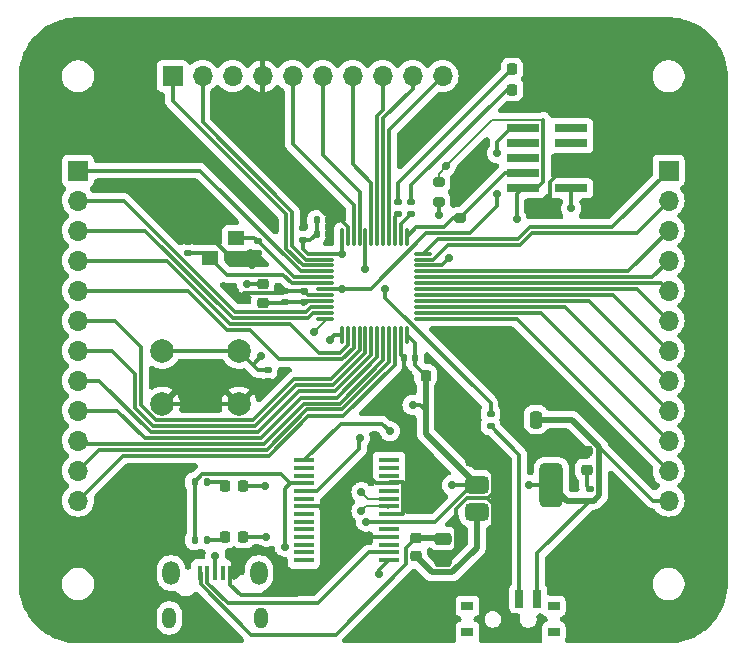
<source format=gbr>
%TF.GenerationSoftware,KiCad,Pcbnew,8.0.4-8.0.4-0~ubuntu24.04.1*%
%TF.CreationDate,2024-08-08T02:16:28-05:00*%
%TF.ProjectId,anvil,616e7669-6c2e-46b6-9963-61645f706362,rev?*%
%TF.SameCoordinates,Original*%
%TF.FileFunction,Copper,L1,Top*%
%TF.FilePolarity,Positive*%
%FSLAX46Y46*%
G04 Gerber Fmt 4.6, Leading zero omitted, Abs format (unit mm)*
G04 Created by KiCad (PCBNEW 8.0.4-8.0.4-0~ubuntu24.04.1) date 2024-08-08 02:16:28*
%MOMM*%
%LPD*%
G01*
G04 APERTURE LIST*
G04 Aperture macros list*
%AMRoundRect*
0 Rectangle with rounded corners*
0 $1 Rounding radius*
0 $2 $3 $4 $5 $6 $7 $8 $9 X,Y pos of 4 corners*
0 Add a 4 corners polygon primitive as box body*
4,1,4,$2,$3,$4,$5,$6,$7,$8,$9,$2,$3,0*
0 Add four circle primitives for the rounded corners*
1,1,$1+$1,$2,$3*
1,1,$1+$1,$4,$5*
1,1,$1+$1,$6,$7*
1,1,$1+$1,$8,$9*
0 Add four rect primitives between the rounded corners*
20,1,$1+$1,$2,$3,$4,$5,0*
20,1,$1+$1,$4,$5,$6,$7,0*
20,1,$1+$1,$6,$7,$8,$9,0*
20,1,$1+$1,$8,$9,$2,$3,0*%
G04 Aperture macros list end*
%TA.AperFunction,ComponentPad*%
%ADD10R,1.700000X1.700000*%
%TD*%
%TA.AperFunction,ComponentPad*%
%ADD11O,1.700000X1.700000*%
%TD*%
%TA.AperFunction,SMDPad,CuDef*%
%ADD12RoundRect,0.218750X0.218750X0.256250X-0.218750X0.256250X-0.218750X-0.256250X0.218750X-0.256250X0*%
%TD*%
%TA.AperFunction,SMDPad,CuDef*%
%ADD13RoundRect,0.135000X-0.135000X-0.185000X0.135000X-0.185000X0.135000X0.185000X-0.135000X0.185000X0*%
%TD*%
%TA.AperFunction,SMDPad,CuDef*%
%ADD14RoundRect,0.218750X0.256250X-0.218750X0.256250X0.218750X-0.256250X0.218750X-0.256250X-0.218750X0*%
%TD*%
%TA.AperFunction,SMDPad,CuDef*%
%ADD15RoundRect,0.225000X0.225000X0.250000X-0.225000X0.250000X-0.225000X-0.250000X0.225000X-0.250000X0*%
%TD*%
%TA.AperFunction,SMDPad,CuDef*%
%ADD16R,1.000000X0.800000*%
%TD*%
%TA.AperFunction,SMDPad,CuDef*%
%ADD17R,0.700000X1.500000*%
%TD*%
%TA.AperFunction,SMDPad,CuDef*%
%ADD18RoundRect,0.140000X-0.170000X0.140000X-0.170000X-0.140000X0.170000X-0.140000X0.170000X0.140000X0*%
%TD*%
%TA.AperFunction,SMDPad,CuDef*%
%ADD19R,1.400000X1.200000*%
%TD*%
%TA.AperFunction,SMDPad,CuDef*%
%ADD20R,0.450000X1.300000*%
%TD*%
%TA.AperFunction,ComponentPad*%
%ADD21O,1.150000X1.800000*%
%TD*%
%TA.AperFunction,ComponentPad*%
%ADD22O,1.450000X2.000000*%
%TD*%
%TA.AperFunction,SMDPad,CuDef*%
%ADD23RoundRect,0.140000X0.170000X-0.140000X0.170000X0.140000X-0.170000X0.140000X-0.170000X-0.140000X0*%
%TD*%
%TA.AperFunction,SMDPad,CuDef*%
%ADD24RoundRect,0.135000X0.185000X-0.135000X0.185000X0.135000X-0.185000X0.135000X-0.185000X-0.135000X0*%
%TD*%
%TA.AperFunction,SMDPad,CuDef*%
%ADD25RoundRect,0.200000X0.275000X-0.200000X0.275000X0.200000X-0.275000X0.200000X-0.275000X-0.200000X0*%
%TD*%
%TA.AperFunction,ComponentPad*%
%ADD26C,2.000000*%
%TD*%
%TA.AperFunction,SMDPad,CuDef*%
%ADD27R,2.790000X0.740000*%
%TD*%
%TA.AperFunction,SMDPad,CuDef*%
%ADD28RoundRect,0.375000X-0.625000X-0.375000X0.625000X-0.375000X0.625000X0.375000X-0.625000X0.375000X0*%
%TD*%
%TA.AperFunction,SMDPad,CuDef*%
%ADD29RoundRect,0.500000X-0.500000X-1.400000X0.500000X-1.400000X0.500000X1.400000X-0.500000X1.400000X0*%
%TD*%
%TA.AperFunction,SMDPad,CuDef*%
%ADD30RoundRect,0.140000X-0.140000X-0.170000X0.140000X-0.170000X0.140000X0.170000X-0.140000X0.170000X0*%
%TD*%
%TA.AperFunction,SMDPad,CuDef*%
%ADD31RoundRect,0.135000X-0.185000X0.135000X-0.185000X-0.135000X0.185000X-0.135000X0.185000X0.135000X0*%
%TD*%
%TA.AperFunction,SMDPad,CuDef*%
%ADD32R,1.750000X0.450000*%
%TD*%
%TA.AperFunction,SMDPad,CuDef*%
%ADD33RoundRect,0.218750X-0.256250X0.218750X-0.256250X-0.218750X0.256250X-0.218750X0.256250X0.218750X0*%
%TD*%
%TA.AperFunction,SMDPad,CuDef*%
%ADD34RoundRect,0.250000X0.250000X0.475000X-0.250000X0.475000X-0.250000X-0.475000X0.250000X-0.475000X0*%
%TD*%
%TA.AperFunction,SMDPad,CuDef*%
%ADD35RoundRect,0.250000X-0.475000X0.250000X-0.475000X-0.250000X0.475000X-0.250000X0.475000X0.250000X0*%
%TD*%
%TA.AperFunction,SMDPad,CuDef*%
%ADD36RoundRect,0.140000X0.140000X0.170000X-0.140000X0.170000X-0.140000X-0.170000X0.140000X-0.170000X0*%
%TD*%
%TA.AperFunction,SMDPad,CuDef*%
%ADD37RoundRect,0.075000X-0.662500X-0.075000X0.662500X-0.075000X0.662500X0.075000X-0.662500X0.075000X0*%
%TD*%
%TA.AperFunction,SMDPad,CuDef*%
%ADD38RoundRect,0.075000X-0.075000X-0.662500X0.075000X-0.662500X0.075000X0.662500X-0.075000X0.662500X0*%
%TD*%
%TA.AperFunction,ViaPad*%
%ADD39C,0.700000*%
%TD*%
%TA.AperFunction,Conductor*%
%ADD40C,0.300000*%
%TD*%
%TA.AperFunction,Conductor*%
%ADD41C,0.200000*%
%TD*%
%TA.AperFunction,Conductor*%
%ADD42C,0.500000*%
%TD*%
G04 APERTURE END LIST*
D10*
%TO.P,J2,1,Pin_1*%
%TO.N,PF7*%
X152000000Y-85000000D03*
D11*
%TO.P,J2,2,Pin_2*%
%TO.N,PF6*%
X152000000Y-87540000D03*
%TO.P,J2,3,Pin_3*%
%TO.N,PA12*%
X152000000Y-90080000D03*
%TO.P,J2,4,Pin_4*%
%TO.N,PA11*%
X152000000Y-92620000D03*
%TO.P,J2,5,Pin_5*%
%TO.N,TIM1_CH3*%
X152000000Y-95160000D03*
%TO.P,J2,6,Pin_6*%
%TO.N,TIM1_CH2*%
X152000000Y-97700000D03*
%TO.P,J2,7,Pin_7*%
%TO.N,TIM1_CH1*%
X152000000Y-100240000D03*
%TO.P,J2,8,Pin_8*%
%TO.N,PB15*%
X152000000Y-102780000D03*
%TO.P,J2,9,Pin_9*%
%TO.N,PB14*%
X152000000Y-105320000D03*
%TO.P,J2,10,Pin_10*%
%TO.N,PB13*%
X152000000Y-107860000D03*
%TO.P,J2,11,Pin_11*%
%TO.N,PB12*%
X152000000Y-110400000D03*
%TO.P,J2,12,Pin_12*%
%TO.N,+3.3V*%
X152000000Y-112940000D03*
%TD*%
D12*
%TO.P,LED1,1,K*%
%TO.N,GND*%
X140312500Y-76400000D03*
%TO.P,LED1,2,A*%
%TO.N,Net-(LED1-A)*%
X138737500Y-76400000D03*
%TD*%
D10*
%TO.P,J4,1,Pin_1*%
%TO.N,PC15*%
X102000000Y-85000000D03*
D11*
%TO.P,J4,2,Pin_2*%
%TO.N,ADC_IN0*%
X102000000Y-87540000D03*
%TO.P,J4,3,Pin_3*%
%TO.N,ADC_IN1*%
X102000000Y-90080000D03*
%TO.P,J4,4,Pin_4*%
%TO.N,PA4*%
X102000000Y-92620000D03*
%TO.P,J4,5,Pin_5*%
%TO.N,SPI_SCK*%
X102000000Y-95160000D03*
%TO.P,J4,6,Pin_6*%
%TO.N,SPI_MISO*%
X102000000Y-97700000D03*
%TO.P,J4,7,Pin_7*%
%TO.N,SPI_MOSI*%
X102000000Y-100240000D03*
%TO.P,J4,8,Pin_8*%
%TO.N,PB0*%
X102000000Y-102780000D03*
%TO.P,J4,9,Pin_9*%
%TO.N,PB1*%
X102000000Y-105320000D03*
%TO.P,J4,10,Pin_10*%
%TO.N,PB2*%
X102000000Y-107860000D03*
%TO.P,J4,11,Pin_11*%
%TO.N,I2C_SCL*%
X102000000Y-110400000D03*
%TO.P,J4,12,Pin_12*%
%TO.N,I2C_SDA*%
X102000000Y-112940000D03*
%TD*%
D12*
%TO.P,LED2,1,K*%
%TO.N,GND*%
X140337500Y-78150000D03*
%TO.P,LED2,2,A*%
%TO.N,Net-(LED2-A)*%
X138762500Y-78150000D03*
%TD*%
D13*
%TO.P,R3,1*%
%TO.N,+3.3V*%
X111865000Y-116275000D03*
%TO.P,R3,2*%
%TO.N,/RXLED*%
X112885000Y-116275000D03*
%TD*%
D14*
%TO.P,FB1,1*%
%TO.N,+3.3VA*%
X117650000Y-96187500D03*
%TO.P,FB1,2*%
%TO.N,+3.3V*%
X117650000Y-94612500D03*
%TD*%
D15*
%TO.P,C4,1*%
%TO.N,+3.3V*%
X131425000Y-102350000D03*
%TO.P,C4,2*%
%TO.N,GND*%
X129875000Y-102350000D03*
%TD*%
D16*
%TO.P,SW2,*%
%TO.N,*%
X134975000Y-121875000D03*
X134975000Y-124085000D03*
X142275000Y-121875000D03*
X142275000Y-124085000D03*
D17*
%TO.P,SW2,1,A*%
%TO.N,GND*%
X136375000Y-121225000D03*
%TO.P,SW2,2,B*%
%TO.N,/SW_BOOT0*%
X139375000Y-121225000D03*
%TO.P,SW2,3,C*%
%TO.N,+3.3V*%
X140875000Y-121225000D03*
%TD*%
D18*
%TO.P,C8,1*%
%TO.N,NRST*%
X118065000Y-101875000D03*
%TO.P,C8,2*%
%TO.N,GND*%
X118065000Y-102835000D03*
%TD*%
D19*
%TO.P,Y1,1,1*%
%TO.N,HSE_IN*%
X115400000Y-90700000D03*
%TO.P,Y1,2,2*%
%TO.N,GND*%
X113200000Y-90700000D03*
%TO.P,Y1,3,3*%
%TO.N,HSE_OUT*%
X113200000Y-92400000D03*
%TO.P,Y1,4,4*%
%TO.N,GND*%
X115400000Y-92400000D03*
%TD*%
D20*
%TO.P,J1,1,VBUS*%
%TO.N,VBUS*%
X112300000Y-119025000D03*
%TO.P,J1,2,D-*%
%TO.N,/USBD-*%
X112950000Y-119025000D03*
%TO.P,J1,3,D+*%
%TO.N,/USBD+*%
X113600000Y-119025000D03*
%TO.P,J1,4,ID*%
%TO.N,unconnected-(J1-ID-Pad4)*%
X114250000Y-119025000D03*
%TO.P,J1,5,GND*%
%TO.N,GND*%
X114900000Y-119025000D03*
D21*
%TO.P,J1,6,Shield*%
%TO.N,unconnected-(J1-Shield-Pad6)_1*%
X109725000Y-122875000D03*
D22*
%TO.N,unconnected-(J1-Shield-Pad6)*%
X109875000Y-119075000D03*
%TO.N,unconnected-(J1-Shield-Pad6)_2*%
X117325000Y-119075000D03*
D21*
%TO.N,unconnected-(J1-Shield-Pad6)_3*%
X117475000Y-122875000D03*
%TD*%
D23*
%TO.P,C7,1*%
%TO.N,+3.3V*%
X121050000Y-90855000D03*
%TO.P,C7,2*%
%TO.N,GND*%
X121050000Y-89895000D03*
%TD*%
D12*
%TO.P,D2,1,K*%
%TO.N,Net-(D2-K)*%
X115987500Y-116000000D03*
%TO.P,D2,2,A*%
%TO.N,/RXLED*%
X114412500Y-116000000D03*
%TD*%
D24*
%TO.P,R6,1*%
%TO.N,LED2*%
X130175000Y-88710000D03*
%TO.P,R6,2*%
%TO.N,Net-(LED2-A)*%
X130175000Y-87690000D03*
%TD*%
D23*
%TO.P,C6,1*%
%TO.N,+3.3VA*%
X119550000Y-96155000D03*
%TO.P,C6,2*%
%TO.N,GND*%
X119550000Y-95195000D03*
%TD*%
D25*
%TO.P,R7,1*%
%TO.N,+3.3V*%
X132550000Y-87650000D03*
%TO.P,R7,2*%
%TO.N,SWDIO*%
X132550000Y-86000000D03*
%TD*%
D26*
%TO.P,SW3,1,1*%
%TO.N,NRST*%
X109140000Y-100280000D03*
X115640000Y-100280000D03*
%TO.P,SW3,2,2*%
%TO.N,GND*%
X109140000Y-104780000D03*
X115640000Y-104780000D03*
%TD*%
D27*
%TO.P,J3,01,01*%
%TO.N,+3.3V*%
X143735000Y-86477500D03*
%TO.P,J3,02,02*%
%TO.N,SWDIO*%
X139665000Y-86477500D03*
%TO.P,J3,03,03*%
%TO.N,GND*%
X143735000Y-85207500D03*
%TO.P,J3,04,04*%
%TO.N,SWCLK*%
X139665000Y-85207500D03*
%TO.P,J3,05,05*%
%TO.N,GND*%
X143735000Y-83937500D03*
%TO.P,J3,06,06*%
%TO.N,unconnected-(J3-Pad06)*%
X139665000Y-83937500D03*
%TO.P,J3,07,07*%
%TO.N,unconnected-(J3-Pad07)*%
X143735000Y-82667500D03*
%TO.P,J3,08,08*%
%TO.N,unconnected-(J3-Pad08)*%
X139665000Y-82667500D03*
%TO.P,J3,09,09*%
%TO.N,unconnected-(J3-Pad09)*%
X143735000Y-81397500D03*
%TO.P,J3,10,10*%
%TO.N,NRST*%
X139665000Y-81397500D03*
%TD*%
D28*
%TO.P,U3,1,GND*%
%TO.N,GND*%
X135775000Y-109325000D03*
%TO.P,U3,2,VO*%
%TO.N,+3.3V*%
X135775000Y-111625000D03*
D29*
X142075000Y-111625000D03*
D28*
%TO.P,U3,3,VI*%
%TO.N,Net-(U3-VI)*%
X135775000Y-113925000D03*
%TD*%
D30*
%TO.P,C1,1*%
%TO.N,+3.3V*%
X122195000Y-90325000D03*
%TO.P,C1,2*%
%TO.N,GND*%
X123155000Y-90325000D03*
%TD*%
D10*
%TO.P,J5,1,Pin_1*%
%TO.N,PC14*%
X110000000Y-77000000D03*
D11*
%TO.P,J5,2,Pin_2*%
%TO.N,PC13*%
X112540000Y-77000000D03*
%TO.P,J5,3,Pin_3*%
%TO.N,+3.3V*%
X115080000Y-77000000D03*
%TO.P,J5,4,Pin_4*%
%TO.N,GND*%
X117620000Y-77000000D03*
%TO.P,J5,5,Pin_5*%
%TO.N,PB9*%
X120160000Y-77000000D03*
%TO.P,J5,6,Pin_6*%
%TO.N,PB8*%
X122700000Y-77000000D03*
%TO.P,J5,7,Pin_7*%
%TO.N,PB7*%
X125240000Y-77000000D03*
%TO.P,J5,8,Pin_8*%
%TO.N,PB6*%
X127780000Y-77000000D03*
%TO.P,J5,9,Pin_9*%
%TO.N,PB5*%
X130320000Y-77000000D03*
%TO.P,J5,10,Pin_10*%
%TO.N,PB4*%
X132860000Y-77000000D03*
%TD*%
D18*
%TO.P,C10,1*%
%TO.N,HSE_IN*%
X117200000Y-90970000D03*
%TO.P,C10,2*%
%TO.N,GND*%
X117200000Y-91930000D03*
%TD*%
D31*
%TO.P,R4,1*%
%TO.N,/PWRLED*%
X145325000Y-111940000D03*
%TO.P,R4,2*%
%TO.N,+3.3V*%
X145325000Y-112960000D03*
%TD*%
D23*
%TO.P,C9,1*%
%TO.N,HSE_OUT*%
X111325000Y-91980000D03*
%TO.P,C9,2*%
%TO.N,GND*%
X111325000Y-91020000D03*
%TD*%
D13*
%TO.P,R2,1*%
%TO.N,+3.3V*%
X111865000Y-111375000D03*
%TO.P,R2,2*%
%TO.N,/TXLED*%
X112885000Y-111375000D03*
%TD*%
D32*
%TO.P,U2,1,TXD*%
%TO.N,USART1_RX*%
X121125000Y-109525000D03*
%TO.P,U2,2,DTR*%
%TO.N,unconnected-(U2-DTR-Pad2)*%
X121125000Y-110175000D03*
%TO.P,U2,3,RTS*%
%TO.N,unconnected-(U2-RTS-Pad3)*%
X121125000Y-110825000D03*
%TO.P,U2,4,VCCIO*%
%TO.N,+3.3V*%
X121125000Y-111475000D03*
%TO.P,U2,5,RXD*%
%TO.N,USART1_TX*%
X121125000Y-112125000D03*
%TO.P,U2,6,RI*%
%TO.N,unconnected-(U2-RI-Pad6)*%
X121125000Y-112775000D03*
%TO.P,U2,7,GND*%
%TO.N,GND*%
X121125000Y-113425000D03*
%TO.P,U2,8,NC_8*%
%TO.N,unconnected-(U2-NC_8-Pad8)*%
X121125000Y-114075000D03*
%TO.P,U2,9,DCR*%
%TO.N,unconnected-(U2-DCR-Pad9)*%
X121125000Y-114725000D03*
%TO.P,U2,10,DCD*%
%TO.N,unconnected-(U2-DCD-Pad10)*%
X121125000Y-115375000D03*
%TO.P,U2,11,CTS*%
%TO.N,unconnected-(U2-CTS-Pad11)*%
X121125000Y-116025000D03*
%TO.P,U2,12,CBUS4*%
%TO.N,unconnected-(U2-CBUS4-Pad12)*%
X121125000Y-116675000D03*
%TO.P,U2,13,CBUS2*%
%TO.N,unconnected-(U2-CBUS2-Pad13)*%
X121125000Y-117325000D03*
%TO.P,U2,14,CBUS3*%
%TO.N,unconnected-(U2-CBUS3-Pad14)*%
X121125000Y-117975000D03*
%TO.P,U2,15,USBD+*%
%TO.N,/USBD+*%
X128325000Y-117975000D03*
%TO.P,U2,16,USBD-*%
%TO.N,/USBD-*%
X128325000Y-117325000D03*
%TO.P,U2,17,3V3OUT*%
%TO.N,unconnected-(U2-3V3OUT-Pad17)*%
X128325000Y-116675000D03*
%TO.P,U2,18,GND*%
%TO.N,GND*%
X128325000Y-116025000D03*
%TO.P,U2,19,~{RESET}*%
%TO.N,unconnected-(U2-~{RESET}-Pad19)*%
X128325000Y-115375000D03*
%TO.P,U2,20,VCC*%
%TO.N,+3.3V*%
X128325000Y-114725000D03*
%TO.P,U2,21,GND*%
%TO.N,GND*%
X128325000Y-114075000D03*
%TO.P,U2,22,CBUS1*%
%TO.N,Net-(D2-K)*%
X128325000Y-113425000D03*
%TO.P,U2,23,CBUS0*%
%TO.N,Net-(D1-K)*%
X128325000Y-112775000D03*
%TO.P,U2,24,NC_24*%
%TO.N,unconnected-(U2-NC_24-Pad24)*%
X128325000Y-112125000D03*
%TO.P,U2,25,AGND*%
%TO.N,GND*%
X128325000Y-111475000D03*
%TO.P,U2,26,TEST*%
%TO.N,unconnected-(U2-TEST-Pad26)*%
X128325000Y-110825000D03*
%TO.P,U2,27,OSCI*%
%TO.N,unconnected-(U2-OSCI-Pad27)*%
X128325000Y-110175000D03*
%TO.P,U2,28,OSCO*%
%TO.N,unconnected-(U2-OSCO-Pad28)*%
X128325000Y-109525000D03*
%TD*%
D33*
%TO.P,FB2,1*%
%TO.N,VBUS*%
X130600000Y-116087500D03*
%TO.P,FB2,2*%
%TO.N,Net-(U3-VI)*%
X130600000Y-117662500D03*
%TD*%
D34*
%TO.P,C12,1*%
%TO.N,+3.3V*%
X140775000Y-106075000D03*
%TO.P,C12,2*%
%TO.N,GND*%
X138875000Y-106075000D03*
%TD*%
D35*
%TO.P,C11,1*%
%TO.N,VBUS*%
X132925000Y-116150000D03*
%TO.P,C11,2*%
%TO.N,GND*%
X132925000Y-118050000D03*
%TD*%
D24*
%TO.P,R5,1*%
%TO.N,LED1*%
X129075000Y-88710000D03*
%TO.P,R5,2*%
%TO.N,Net-(LED1-A)*%
X129075000Y-87690000D03*
%TD*%
D12*
%TO.P,D1,1,K*%
%TO.N,Net-(D1-K)*%
X115987500Y-111700000D03*
%TO.P,D1,2,A*%
%TO.N,/TXLED*%
X114412500Y-111700000D03*
%TD*%
D25*
%TO.P,R8,1*%
%TO.N,SWCLK*%
X134325000Y-89000000D03*
%TO.P,R8,2*%
%TO.N,GND*%
X134325000Y-87350000D03*
%TD*%
D23*
%TO.P,C5,1*%
%TO.N,+3.3VA*%
X121100000Y-96130000D03*
%TO.P,C5,2*%
%TO.N,GND*%
X121100000Y-95170000D03*
%TD*%
D36*
%TO.P,C3,1*%
%TO.N,+3.3V*%
X130530000Y-100850000D03*
%TO.P,C3,2*%
%TO.N,GND*%
X129570000Y-100850000D03*
%TD*%
D37*
%TO.P,U1,1,VBAT*%
%TO.N,+3.3V*%
X122925000Y-92025000D03*
%TO.P,U1,2,PC13*%
%TO.N,PC13*%
X122925000Y-92525000D03*
%TO.P,U1,3,PC14*%
%TO.N,PC14*%
X122925000Y-93025000D03*
%TO.P,U1,4,PC15*%
%TO.N,PC15*%
X122925000Y-93525000D03*
%TO.P,U1,5,PF0*%
%TO.N,HSE_IN*%
X122925000Y-94025000D03*
%TO.P,U1,6,PF1*%
%TO.N,HSE_OUT*%
X122925000Y-94525000D03*
%TO.P,U1,7,NRST*%
%TO.N,NRST*%
X122925000Y-95025000D03*
%TO.P,U1,8,VSSA*%
%TO.N,GND*%
X122925000Y-95525000D03*
%TO.P,U1,9,VDDA*%
%TO.N,+3.3VA*%
X122925000Y-96025000D03*
%TO.P,U1,10,PA0*%
%TO.N,ADC_IN0*%
X122925000Y-96525000D03*
%TO.P,U1,11,PA1*%
%TO.N,ADC_IN1*%
X122925000Y-97025000D03*
%TO.P,U1,12,PA2*%
%TO.N,USART1_TX*%
X122925000Y-97525000D03*
D38*
%TO.P,U1,13,PA3*%
%TO.N,USART1_RX*%
X124337500Y-98937500D03*
%TO.P,U1,14,PA4*%
%TO.N,PA4*%
X124837500Y-98937500D03*
%TO.P,U1,15,PA5*%
%TO.N,SPI_SCK*%
X125337500Y-98937500D03*
%TO.P,U1,16,PA6*%
%TO.N,SPI_MISO*%
X125837500Y-98937500D03*
%TO.P,U1,17,PA7*%
%TO.N,SPI_MOSI*%
X126337500Y-98937500D03*
%TO.P,U1,18,PB0*%
%TO.N,PB0*%
X126837500Y-98937500D03*
%TO.P,U1,19,PB1*%
%TO.N,PB1*%
X127337500Y-98937500D03*
%TO.P,U1,20,PB2*%
%TO.N,PB2*%
X127837500Y-98937500D03*
%TO.P,U1,21,PB10*%
%TO.N,I2C_SCL*%
X128337500Y-98937500D03*
%TO.P,U1,22,PB11*%
%TO.N,I2C_SDA*%
X128837500Y-98937500D03*
%TO.P,U1,23,VSS*%
%TO.N,GND*%
X129337500Y-98937500D03*
%TO.P,U1,24,VDD*%
%TO.N,+3.3V*%
X129837500Y-98937500D03*
D37*
%TO.P,U1,25,PB12*%
%TO.N,PB12*%
X131250000Y-97525000D03*
%TO.P,U1,26,PB13*%
%TO.N,PB13*%
X131250000Y-97025000D03*
%TO.P,U1,27,PB14*%
%TO.N,PB14*%
X131250000Y-96525000D03*
%TO.P,U1,28,PB15*%
%TO.N,PB15*%
X131250000Y-96025000D03*
%TO.P,U1,29,PA8*%
%TO.N,TIM1_CH1*%
X131250000Y-95525000D03*
%TO.P,U1,30,PA9*%
%TO.N,TIM1_CH2*%
X131250000Y-95025000D03*
%TO.P,U1,31,PA10*%
%TO.N,TIM1_CH3*%
X131250000Y-94525000D03*
%TO.P,U1,32,PA11*%
%TO.N,PA11*%
X131250000Y-94025000D03*
%TO.P,U1,33,PA12*%
%TO.N,PA12*%
X131250000Y-93525000D03*
%TO.P,U1,34,PA13*%
%TO.N,SWDIO*%
X131250000Y-93025000D03*
%TO.P,U1,35,PF6*%
%TO.N,PF6*%
X131250000Y-92525000D03*
%TO.P,U1,36,PF7*%
%TO.N,PF7*%
X131250000Y-92025000D03*
D38*
%TO.P,U1,37,PA14*%
%TO.N,SWCLK*%
X129837500Y-90612500D03*
%TO.P,U1,38,PA15*%
%TO.N,LED2*%
X129337500Y-90612500D03*
%TO.P,U1,39,PB3*%
%TO.N,LED1*%
X128837500Y-90612500D03*
%TO.P,U1,40,PB4*%
%TO.N,PB4*%
X128337500Y-90612500D03*
%TO.P,U1,41,PB5*%
%TO.N,PB5*%
X127837500Y-90612500D03*
%TO.P,U1,42,PB6*%
%TO.N,PB6*%
X127337500Y-90612500D03*
%TO.P,U1,43,PB7*%
%TO.N,PB7*%
X126837500Y-90612500D03*
%TO.P,U1,44,BOOT0*%
%TO.N,/BOOT0*%
X126337500Y-90612500D03*
%TO.P,U1,45,PB8*%
%TO.N,PB8*%
X125837500Y-90612500D03*
%TO.P,U1,46,PB9*%
%TO.N,PB9*%
X125337500Y-90612500D03*
%TO.P,U1,47,VSS*%
%TO.N,GND*%
X124837500Y-90612500D03*
%TO.P,U1,48,VDD*%
%TO.N,+3.3V*%
X124337500Y-90612500D03*
%TD*%
D33*
%TO.P,D3,1,K*%
%TO.N,GND*%
X145075000Y-108737500D03*
%TO.P,D3,2,A*%
%TO.N,/PWRLED*%
X145075000Y-110312500D03*
%TD*%
D24*
%TO.P,R1,1*%
%TO.N,/SW_BOOT0*%
X136925000Y-106600000D03*
%TO.P,R1,2*%
%TO.N,/BOOT0*%
X136925000Y-105580000D03*
%TD*%
D30*
%TO.P,C2,1*%
%TO.N,+3.3V*%
X122195000Y-89175000D03*
%TO.P,C2,2*%
%TO.N,GND*%
X123155000Y-89175000D03*
%TD*%
D39*
%TO.N,GND*%
X116700000Y-93025000D03*
X141925000Y-78150000D03*
X110600000Y-103250000D03*
X117525000Y-104050000D03*
X138900000Y-104525000D03*
X134325000Y-85500000D03*
X123125000Y-113400000D03*
X113200000Y-89300000D03*
X123075000Y-118525000D03*
X141750000Y-88725000D03*
X135800000Y-107850000D03*
X126175000Y-110450000D03*
X121050000Y-87875000D03*
X115625000Y-95825000D03*
%TO.N,+3.3V*%
X132575000Y-88725000D03*
X124325000Y-92025000D03*
X133675000Y-111625000D03*
X140150000Y-111625000D03*
X126375000Y-114725000D03*
X143750000Y-88200000D03*
X119500000Y-116825000D03*
X116300000Y-94625000D03*
X130325000Y-104825000D03*
%TO.N,NRST*%
X124350000Y-95025000D03*
X137500000Y-83525000D03*
X117500000Y-100700000D03*
X137500000Y-86950000D03*
%TO.N,Net-(D1-K)*%
X126000000Y-112225000D03*
X117850000Y-111700000D03*
%TO.N,Net-(D2-K)*%
X117950000Y-115990000D03*
X126000000Y-113800000D03*
%TO.N,/USBD+*%
X113625000Y-117600000D03*
X127525000Y-119150000D03*
%TO.N,SWDIO*%
X133425000Y-92425000D03*
X133175000Y-84625000D03*
X139125000Y-89100000D03*
%TO.N,/BOOT0*%
X126325000Y-93350000D03*
X128025000Y-95025000D03*
%TO.N,USART1_RX*%
X128400000Y-107075000D03*
X123300000Y-99350000D03*
%TO.N,USART1_TX*%
X125850000Y-107650000D03*
X122000000Y-98650000D03*
%TD*%
D40*
%TO.N,GND*%
X123100000Y-113425000D02*
X123125000Y-113400000D01*
X127200000Y-111475000D02*
X126175000Y-110450000D01*
X143735000Y-85207500D02*
X143735000Y-83937500D01*
X128325000Y-116025000D02*
X125750000Y-116025000D01*
X116050000Y-95400000D02*
X119345000Y-95400000D01*
X141990000Y-88485000D02*
X141990000Y-85927500D01*
X121075000Y-95370000D02*
X121100000Y-95345000D01*
X116025000Y-93025000D02*
X115400000Y-92400000D01*
X122164999Y-87875000D02*
X123155000Y-88865001D01*
D41*
X117350000Y-104050000D02*
X116860000Y-103560000D01*
D40*
X132925000Y-118050000D02*
X134000000Y-116975000D01*
X137125000Y-110675000D02*
X135775000Y-109325000D01*
X109140000Y-104780000D02*
X109140000Y-104710000D01*
X115768629Y-120925000D02*
X120500000Y-120925000D01*
X122900000Y-118525000D02*
X123075000Y-118525000D01*
X129570000Y-102045000D02*
X129875000Y-102350000D01*
X115625000Y-95825000D02*
X116050000Y-95400000D01*
X113200000Y-90700000D02*
X113200000Y-89300000D01*
X141750000Y-88725000D02*
X141990000Y-88485000D01*
X111325000Y-91020000D02*
X112880000Y-91020000D01*
X138875000Y-106075000D02*
X138875000Y-104550000D01*
X134949694Y-112725000D02*
X136700306Y-112725000D01*
X121075000Y-95195000D02*
X121100000Y-95170000D01*
X121100000Y-95170000D02*
X121455000Y-95525000D01*
X109140000Y-104710000D02*
X110600000Y-103250000D01*
X129570000Y-100850000D02*
X129570000Y-102045000D01*
X123155000Y-89175000D02*
X124240620Y-89175000D01*
X116700000Y-93025000D02*
X116025000Y-93025000D01*
X137125000Y-113200000D02*
X137125000Y-120475000D01*
X113200000Y-90700000D02*
X113300000Y-90700000D01*
X121050000Y-89895000D02*
X121050000Y-87875000D01*
X115000000Y-92400000D02*
X115400000Y-92400000D01*
X129550000Y-111425000D02*
X129525000Y-111400000D01*
X116730000Y-92400000D02*
X117200000Y-91930000D01*
X109140000Y-104780000D02*
X115640000Y-104780000D01*
X137125000Y-120475000D02*
X136375000Y-121225000D01*
X136700306Y-112725000D02*
X136700306Y-112775306D01*
X119550000Y-95195000D02*
X121075000Y-95195000D01*
X134000000Y-113674694D02*
X134949694Y-112725000D01*
X135775000Y-107875000D02*
X135800000Y-107850000D01*
X121050000Y-87875000D02*
X122164999Y-87875000D01*
X114900000Y-120056371D02*
X115768629Y-120925000D01*
X129337500Y-100617500D02*
X129570000Y-100850000D01*
X134000000Y-116975000D02*
X134000000Y-113674694D01*
X112880000Y-91020000D02*
X113200000Y-90700000D01*
X137125000Y-112300306D02*
X137125000Y-110675000D01*
X123155000Y-90325000D02*
X123155000Y-89175000D01*
X136700306Y-112775306D02*
X137125000Y-113200000D01*
X129550000Y-114000000D02*
X129550000Y-111425000D01*
X129475000Y-114075000D02*
X129550000Y-114000000D01*
X128400000Y-111400000D02*
X128325000Y-111475000D01*
X136700306Y-112725000D02*
X137125000Y-112300306D01*
X141537500Y-108737500D02*
X138875000Y-106075000D01*
X135775000Y-109325000D02*
X135775000Y-107875000D01*
X128325000Y-111475000D02*
X127200000Y-111475000D01*
X134325000Y-85500000D02*
X134325000Y-87350000D01*
X116860000Y-103560000D02*
X115640000Y-104780000D01*
X140312500Y-78125000D02*
X140337500Y-78150000D01*
X145075000Y-108737500D02*
X141537500Y-108737500D01*
X117585000Y-102835000D02*
X116860000Y-103560000D01*
X125750000Y-116025000D02*
X123125000Y-113400000D01*
X119345000Y-95400000D02*
X119550000Y-95195000D01*
D41*
X117525000Y-104050000D02*
X117350000Y-104050000D01*
D40*
X118065000Y-102835000D02*
X117585000Y-102835000D01*
X121125000Y-113425000D02*
X123100000Y-113425000D01*
X124837500Y-89771880D02*
X124837500Y-90612500D01*
X142710000Y-85207500D02*
X143735000Y-85207500D01*
X113300000Y-90700000D02*
X115000000Y-92400000D01*
X114900000Y-119025000D02*
X114900000Y-120056371D01*
X129525000Y-111400000D02*
X128400000Y-111400000D01*
X120500000Y-120925000D02*
X122900000Y-118525000D01*
X124240620Y-89175000D02*
X124837500Y-89771880D01*
X128325000Y-114075000D02*
X129475000Y-114075000D01*
X123155000Y-88865001D02*
X123155000Y-89175000D01*
X129337500Y-98937500D02*
X129337500Y-100617500D01*
X141990000Y-85927500D02*
X142710000Y-85207500D01*
X140312500Y-76400000D02*
X140312500Y-78125000D01*
X140337500Y-78150000D02*
X141925000Y-78150000D01*
X138875000Y-104550000D02*
X138900000Y-104525000D01*
X121455000Y-95525000D02*
X122925000Y-95525000D01*
X115400000Y-92400000D02*
X116730000Y-92400000D01*
%TO.N,+3.3V*%
X124325000Y-90625000D02*
X124337500Y-90612500D01*
X121475000Y-92025000D02*
X121050000Y-91600000D01*
X143750000Y-88200000D02*
X143750000Y-86492500D01*
X145345000Y-112940000D02*
X145325000Y-112960000D01*
X132575000Y-87675000D02*
X132550000Y-87650000D01*
X119975000Y-111475000D02*
X121125000Y-111475000D01*
D42*
X142075000Y-111625000D02*
X143410000Y-112960000D01*
D40*
X130325000Y-104825000D02*
X130975000Y-104825000D01*
X152000000Y-112940000D02*
X150704318Y-112940000D01*
D42*
X131425000Y-105275000D02*
X131425000Y-102350000D01*
D40*
X116312500Y-94612500D02*
X116300000Y-94625000D01*
D42*
X131425000Y-107275000D02*
X131425000Y-105275000D01*
D40*
X130530000Y-100850000D02*
X130530000Y-99630000D01*
X130530000Y-100850000D02*
X130530000Y-101455000D01*
X132242587Y-114725000D02*
X135342587Y-111625000D01*
X111865000Y-111375000D02*
X111865000Y-116275000D01*
X122925000Y-92025000D02*
X121475000Y-92025000D01*
X140875000Y-121225000D02*
X140875000Y-117410000D01*
D42*
X143839318Y-106075000D02*
X140775000Y-106075000D01*
D40*
X140150000Y-111625000D02*
X142075000Y-111625000D01*
D42*
X145644999Y-112960000D02*
X146125000Y-112479999D01*
D40*
X133675000Y-111625000D02*
X135775000Y-111625000D01*
X132575000Y-88725000D02*
X132575000Y-87675000D01*
X119205000Y-110705000D02*
X119975000Y-111475000D01*
X135342587Y-111625000D02*
X135775000Y-111625000D01*
X121050000Y-90855000D02*
X121050000Y-91600000D01*
X119500000Y-111925000D02*
X119500000Y-116825000D01*
X128325000Y-114725000D02*
X132242587Y-114725000D01*
X140875000Y-117410000D02*
X145325000Y-112960000D01*
X111865000Y-111375000D02*
X112535000Y-110705000D01*
X121665000Y-90855000D02*
X122195000Y-90325000D01*
X143750000Y-86492500D02*
X143735000Y-86477500D01*
X124325000Y-92025000D02*
X122925000Y-92025000D01*
D42*
X135775000Y-111625000D02*
X131425000Y-107275000D01*
D40*
X130530000Y-101455000D02*
X131425000Y-102350000D01*
D42*
X143410000Y-112960000D02*
X145325000Y-112960000D01*
X146125000Y-112479999D02*
X146125000Y-108360682D01*
X145325000Y-112960000D02*
X145644999Y-112960000D01*
D40*
X121125000Y-111475000D02*
X119950000Y-111475000D01*
X124325000Y-92025000D02*
X124325000Y-90625000D01*
D42*
X146125000Y-108360682D02*
X143839318Y-106075000D01*
D40*
X150704318Y-112940000D02*
X146125000Y-108360682D01*
X130530000Y-99630000D02*
X129837500Y-98937500D01*
X119950000Y-111475000D02*
X119500000Y-111925000D01*
X112535000Y-110705000D02*
X119205000Y-110705000D01*
X130975000Y-104825000D02*
X131425000Y-105275000D01*
X121050000Y-90855000D02*
X121665000Y-90855000D01*
X122195000Y-90325000D02*
X122195000Y-89175000D01*
X117650000Y-94612500D02*
X116312500Y-94612500D01*
X126375000Y-114725000D02*
X128325000Y-114725000D01*
%TO.N,+3.3VA*%
X119517500Y-96187500D02*
X119550000Y-96155000D01*
X121075000Y-96330000D02*
X121100000Y-96305000D01*
X121100000Y-96130000D02*
X121205000Y-96025000D01*
X119550000Y-96155000D02*
X121075000Y-96155000D01*
X121205000Y-96025000D02*
X122925000Y-96025000D01*
X121075000Y-96155000D02*
X121100000Y-96130000D01*
X117650000Y-96187500D02*
X119517500Y-96187500D01*
%TO.N,NRST*%
X137500000Y-82537500D02*
X138640000Y-81397500D01*
X116867500Y-101507500D02*
X116867500Y-101332500D01*
X138640000Y-81397500D02*
X139665000Y-81397500D01*
X135225000Y-90300000D02*
X131490620Y-90300000D01*
X116867500Y-101332500D02*
X117500000Y-100700000D01*
X117235000Y-101875000D02*
X116867500Y-101507500D01*
X116867500Y-101507500D02*
X115640000Y-100280000D01*
X137500000Y-86950000D02*
X137500000Y-88025000D01*
X124350000Y-95025000D02*
X122925000Y-95025000D01*
X137500000Y-83525000D02*
X137500000Y-82537500D01*
X118065000Y-101875000D02*
X117235000Y-101875000D01*
X137500000Y-88025000D02*
X135225000Y-90300000D01*
X115640000Y-100280000D02*
X109140000Y-100280000D01*
X131490620Y-90300000D02*
X126765620Y-95025000D01*
X126765620Y-95025000D02*
X124350000Y-95025000D01*
%TO.N,HSE_OUT*%
X113200000Y-92400000D02*
X114625000Y-93825000D01*
X112780000Y-91980000D02*
X113200000Y-92400000D01*
X120094739Y-94525000D02*
X122925000Y-94525000D01*
X119394739Y-93825000D02*
X120094739Y-94525000D01*
X111325000Y-91980000D02*
X112780000Y-91980000D01*
X114625000Y-93825000D02*
X119394739Y-93825000D01*
%TO.N,HSE_IN*%
X115400000Y-90700000D02*
X116930000Y-90700000D01*
X117246846Y-90970000D02*
X120301846Y-94025000D01*
X120301846Y-94025000D02*
X122925000Y-94025000D01*
X116930000Y-90700000D02*
X117200000Y-90970000D01*
X117200000Y-90970000D02*
X117246846Y-90970000D01*
%TO.N,VBUS*%
X112375000Y-120025000D02*
X112375000Y-119100000D01*
X116625000Y-124275000D02*
X123825000Y-124275000D01*
X112375000Y-120025000D02*
X116625000Y-124275000D01*
D42*
X132862500Y-116087500D02*
X132925000Y-116150000D01*
D40*
X129775000Y-116912500D02*
X130600000Y-116087500D01*
D42*
X130600000Y-116087500D02*
X132862500Y-116087500D01*
D40*
X129775000Y-118325000D02*
X129775000Y-116912500D01*
X112375000Y-119100000D02*
X112300000Y-119025000D01*
X123825000Y-124275000D02*
X129775000Y-118325000D01*
%TO.N,/TXLED*%
X114087500Y-111375000D02*
X114412500Y-111700000D01*
X112885000Y-111375000D02*
X114087500Y-111375000D01*
%TO.N,Net-(D1-K)*%
X115987500Y-111700000D02*
X117850000Y-111700000D01*
D41*
X126550000Y-112775000D02*
X128325000Y-112775000D01*
X126000000Y-112225000D02*
X126550000Y-112775000D01*
D40*
%TO.N,Net-(D2-K)*%
X128250000Y-113500000D02*
X128325000Y-113425000D01*
D41*
X126000000Y-113800000D02*
X126375000Y-113425000D01*
D40*
X117940000Y-116000000D02*
X117950000Y-115990000D01*
D41*
X126375000Y-113425000D02*
X128325000Y-113425000D01*
D40*
X115987500Y-116000000D02*
X117940000Y-116000000D01*
%TO.N,/RXLED*%
X114137500Y-116275000D02*
X114412500Y-116000000D01*
X112885000Y-116275000D02*
X114137500Y-116275000D01*
%TO.N,/PWRLED*%
X145075000Y-111690000D02*
X145325000Y-111940000D01*
X145075000Y-110312500D02*
X145075000Y-111690000D01*
D42*
%TO.N,Net-(U3-VI)*%
X131937500Y-119000000D02*
X130600000Y-117662500D01*
X135775000Y-116921878D02*
X133696878Y-119000000D01*
X133696878Y-119000000D02*
X131937500Y-119000000D01*
X135775000Y-113925000D02*
X135775000Y-116921878D01*
D40*
%TO.N,/USBD+*%
X127525000Y-119150000D02*
X127525000Y-118775000D01*
X127525000Y-118775000D02*
X128325000Y-117975000D01*
X113600000Y-119025000D02*
X113600000Y-117625000D01*
X113600000Y-117625000D02*
X113625000Y-117600000D01*
%TO.N,/USBD-*%
X114682106Y-121625000D02*
X122325000Y-121625000D01*
X112950000Y-119025000D02*
X112950000Y-119892894D01*
X112950000Y-119892894D02*
X114682106Y-121625000D01*
X122325000Y-121625000D02*
X126625000Y-117325000D01*
X126625000Y-117325000D02*
X128325000Y-117325000D01*
%TO.N,TIM1_CH2*%
X131250000Y-95025000D02*
X149325000Y-95025000D01*
X149325000Y-95025000D02*
X152000000Y-97700000D01*
%TO.N,PB15*%
X131250000Y-96025000D02*
X145245000Y-96025000D01*
X145245000Y-96025000D02*
X152000000Y-102780000D01*
%TO.N,TIM1_CH3*%
X151365000Y-94525000D02*
X152000000Y-95160000D01*
X131250000Y-94525000D02*
X151365000Y-94525000D01*
%TO.N,PF6*%
X133315620Y-91300000D02*
X139426345Y-91300000D01*
X140475000Y-90251345D02*
X149288655Y-90251345D01*
X131250000Y-92525000D02*
X132090620Y-92525000D01*
X139426345Y-91300000D02*
X140475000Y-90251345D01*
X149288655Y-90251345D02*
X152000000Y-87540000D01*
X132090620Y-92525000D02*
X133315620Y-91300000D01*
%TO.N,PF7*%
X147250000Y-89750000D02*
X152000000Y-85000000D01*
X132475000Y-90800000D02*
X139219239Y-90800000D01*
X131250000Y-92025000D02*
X132475000Y-90800000D01*
X140269239Y-89750000D02*
X147250000Y-89750000D01*
X139219239Y-90800000D02*
X140269239Y-89750000D01*
%TO.N,PA12*%
X148555000Y-93525000D02*
X152000000Y-90080000D01*
X131250000Y-93525000D02*
X148555000Y-93525000D01*
%TO.N,PB13*%
X131250000Y-97025000D02*
X141165000Y-97025000D01*
X141165000Y-97025000D02*
X152000000Y-107860000D01*
%TO.N,PB12*%
X131250000Y-97525000D02*
X139125000Y-97525000D01*
X139125000Y-97525000D02*
X152000000Y-110400000D01*
%TO.N,TIM1_CH1*%
X147285000Y-95525000D02*
X152000000Y-100240000D01*
X131250000Y-95525000D02*
X147285000Y-95525000D01*
%TO.N,PB14*%
X131250000Y-96525000D02*
X143205000Y-96525000D01*
X143205000Y-96525000D02*
X152000000Y-105320000D01*
%TO.N,PA11*%
X150595000Y-94025000D02*
X152000000Y-92620000D01*
X131250000Y-94025000D02*
X150595000Y-94025000D01*
%TO.N,SWCLK*%
X132945000Y-89800000D02*
X133745000Y-89000000D01*
X133745000Y-89000000D02*
X134325000Y-89000000D01*
X138117500Y-85207500D02*
X139665000Y-85207500D01*
X130650000Y-89800000D02*
X132945000Y-89800000D01*
X134325000Y-89000000D02*
X138117500Y-85207500D01*
X129837500Y-90612500D02*
X130650000Y-89800000D01*
D41*
%TO.N,SWDIO*%
X141360000Y-80727500D02*
X141360000Y-85877500D01*
X140760000Y-86477500D02*
X139665000Y-86477500D01*
X133175000Y-84625000D02*
X137072500Y-80727500D01*
X132550000Y-85250000D02*
X133175000Y-84625000D01*
D40*
X132825000Y-93025000D02*
X133425000Y-92425000D01*
D41*
X132550000Y-86000000D02*
X132550000Y-85250000D01*
D40*
X140860000Y-86477500D02*
X139665000Y-86477500D01*
X141410000Y-80677500D02*
X141410000Y-85927500D01*
X139125000Y-89100000D02*
X139125000Y-87017500D01*
X131250000Y-93025000D02*
X132825000Y-93025000D01*
D41*
X137072500Y-80727500D02*
X141360000Y-80727500D01*
X141360000Y-85877500D02*
X140760000Y-86477500D01*
D40*
X139125000Y-87017500D02*
X139665000Y-86477500D01*
X141410000Y-85927500D02*
X140860000Y-86477500D01*
%TO.N,PB2*%
X124142208Y-104716053D02*
X127837500Y-101020761D01*
X121175000Y-104716053D02*
X124142208Y-104716053D01*
X102270000Y-108130000D02*
X117761053Y-108130000D01*
X117761053Y-108130000D02*
X121175000Y-104716053D01*
X127837500Y-101020761D02*
X127837500Y-98937500D01*
X102000000Y-107860000D02*
X102270000Y-108130000D01*
%TO.N,PB0*%
X123794047Y-103650000D02*
X120725000Y-103650000D01*
X126837500Y-98937500D02*
X126837500Y-100606547D01*
X108155000Y-107130000D02*
X103805000Y-102780000D01*
X126837500Y-100606547D02*
X123794047Y-103650000D01*
X120725000Y-103650000D02*
X117245000Y-107130000D01*
X103805000Y-102780000D02*
X102000000Y-102780000D01*
X117245000Y-107130000D02*
X108155000Y-107130000D01*
%TO.N,I2C_SDA*%
X124469843Y-105802632D02*
X128837500Y-101434975D01*
X105810000Y-109130000D02*
X118175265Y-109130000D01*
X118175265Y-109130000D02*
X121502633Y-105802632D01*
X128837500Y-101434975D02*
X128837500Y-98937500D01*
X102000000Y-112940000D02*
X105810000Y-109130000D01*
X121502633Y-105802632D02*
X124469843Y-105802632D01*
%TO.N,SPI_SCK*%
X124372727Y-100950000D02*
X119000000Y-100950000D01*
X114600000Y-98475000D02*
X111285000Y-95160000D01*
X125337500Y-98937500D02*
X125337500Y-99985227D01*
X111285000Y-95160000D02*
X102000000Y-95160000D01*
X125337500Y-99985227D02*
X124372727Y-100950000D01*
X116525000Y-98475000D02*
X114600000Y-98475000D01*
X119000000Y-100950000D02*
X116525000Y-98475000D01*
%TO.N,ADC_IN0*%
X122925000Y-96525000D02*
X121711846Y-96525000D01*
X105878154Y-87540000D02*
X102000000Y-87540000D01*
X121711846Y-96525000D02*
X121261846Y-96975000D01*
X115313154Y-96975000D02*
X105878154Y-87540000D01*
X121261846Y-96975000D02*
X115313154Y-96975000D01*
%TO.N,PC15*%
X120842893Y-93525000D02*
X112317893Y-85000000D01*
X122925000Y-93525000D02*
X120842893Y-93525000D01*
X112317893Y-85000000D02*
X102000000Y-85000000D01*
%TO.N,I2C_SCL*%
X103770000Y-108630000D02*
X117968159Y-108630000D01*
X102000000Y-110400000D02*
X103770000Y-108630000D01*
X128337500Y-101227868D02*
X128337500Y-98937500D01*
X117968159Y-108630000D02*
X121382106Y-105216053D01*
X121382106Y-105216053D02*
X124349315Y-105216053D01*
X124349315Y-105216053D02*
X128337500Y-101227868D01*
%TO.N,PA4*%
X109520000Y-92620000D02*
X102000000Y-92620000D01*
X124837500Y-99778120D02*
X124165620Y-100450000D01*
X124837500Y-98937500D02*
X124837500Y-99778120D01*
X122380761Y-100450000D02*
X119905761Y-97975000D01*
X124165620Y-100450000D02*
X122380761Y-100450000D01*
X119905761Y-97975000D02*
X114875000Y-97975000D01*
X114875000Y-97975000D02*
X109520000Y-92620000D01*
%TO.N,SPI_MISO*%
X120264239Y-102650000D02*
X116784239Y-106130000D01*
X108580811Y-106130000D02*
X107325000Y-104874189D01*
X107325000Y-104874189D02*
X107325000Y-99900000D01*
X107325000Y-99900000D02*
X105125000Y-97700000D01*
X125837500Y-98937500D02*
X125837500Y-100192333D01*
X123379833Y-102650000D02*
X120264239Y-102650000D01*
X125837500Y-100192333D02*
X123379833Y-102650000D01*
X116784239Y-106130000D02*
X108580811Y-106130000D01*
X105125000Y-97700000D02*
X102000000Y-97700000D01*
%TO.N,SPI_MOSI*%
X126337500Y-100399440D02*
X123586940Y-103150000D01*
X123586940Y-103150000D02*
X120471346Y-103150000D01*
X116991346Y-106630000D02*
X108373704Y-106630000D01*
X120471346Y-103150000D02*
X116991346Y-106630000D01*
X104865000Y-100240000D02*
X106825000Y-102200000D01*
X106825000Y-102200000D02*
X106825000Y-105081296D01*
X126337500Y-98937500D02*
X126337500Y-100399440D01*
X102000000Y-100240000D02*
X104865000Y-100240000D01*
X108373704Y-106630000D02*
X106825000Y-105081296D01*
%TO.N,ADC_IN1*%
X121918952Y-97025000D02*
X121468952Y-97475000D01*
X122925000Y-97025000D02*
X121918952Y-97025000D01*
X107711048Y-90080000D02*
X102000000Y-90080000D01*
X115106048Y-97475000D02*
X107711048Y-90080000D01*
X121468952Y-97475000D02*
X115106048Y-97475000D01*
%TO.N,PB1*%
X127337500Y-100813654D02*
X123935101Y-104216053D01*
X120866053Y-104216053D02*
X117452106Y-107630000D01*
X102000000Y-105320000D02*
X105320000Y-105320000D01*
X127337500Y-98937500D02*
X127337500Y-100813654D01*
X123935101Y-104216053D02*
X120866053Y-104216053D01*
X117452106Y-107630000D02*
X107630000Y-107630000D01*
X105320000Y-105320000D02*
X107630000Y-107630000D01*
%TO.N,PB5*%
X127837500Y-90612500D02*
X127837500Y-80544606D01*
X127837500Y-80544606D02*
X130320000Y-78062106D01*
X130320000Y-78062106D02*
X130320000Y-77000000D01*
%TO.N,PB7*%
X126837500Y-86007500D02*
X126837500Y-90612500D01*
X125240000Y-84410000D02*
X126837500Y-86007500D01*
X125240000Y-77000000D02*
X125240000Y-84410000D01*
%TO.N,PB6*%
X127337500Y-80337500D02*
X127780000Y-79895000D01*
X127780000Y-79895000D02*
X127780000Y-77000000D01*
X127337500Y-90612500D02*
X127337500Y-80337500D01*
%TO.N,PC14*%
X119635786Y-91600000D02*
X119625000Y-91600000D01*
X119625000Y-88707106D02*
X110000000Y-79082106D01*
X122925000Y-93025000D02*
X121060786Y-93025000D01*
X119625000Y-91600000D02*
X119625000Y-88707106D01*
X110000000Y-79082106D02*
X110000000Y-77000000D01*
X121060786Y-93025000D02*
X119635786Y-91600000D01*
%TO.N,PB4*%
X128337500Y-81522500D02*
X132860000Y-77000000D01*
X128337500Y-90612500D02*
X128337500Y-81522500D01*
%TO.N,PB9*%
X120160000Y-82710000D02*
X120160000Y-77000000D01*
X125337500Y-90612500D02*
X125337500Y-87887500D01*
X125337500Y-87887500D02*
X120160000Y-82710000D01*
%TO.N,PB8*%
X122700000Y-83675000D02*
X125837500Y-86812500D01*
X122700000Y-83675000D02*
X122700000Y-77000000D01*
X125837500Y-86812500D02*
X125837500Y-90612500D01*
%TO.N,PC13*%
X121267893Y-92525000D02*
X120150000Y-91407107D01*
X120150000Y-91407107D02*
X120150000Y-88525000D01*
X120150000Y-88525000D02*
X112540000Y-80915000D01*
X112540000Y-80915000D02*
X112540000Y-77000000D01*
X122925000Y-92525000D02*
X121267893Y-92525000D01*
%TO.N,Net-(LED1-A)*%
X129075000Y-86062500D02*
X138737500Y-76400000D01*
X129075000Y-87690000D02*
X129075000Y-86062500D01*
%TO.N,Net-(LED2-A)*%
X130175000Y-86255761D02*
X138280761Y-78150000D01*
X138280761Y-78150000D02*
X138762500Y-78150000D01*
X130175000Y-87690000D02*
X130175000Y-86255761D01*
%TO.N,/SW_BOOT0*%
X139375000Y-109050000D02*
X139375000Y-121225000D01*
X136925000Y-106600000D02*
X139375000Y-109050000D01*
%TO.N,/BOOT0*%
X136925000Y-104684380D02*
X136925000Y-105580000D01*
X128025000Y-95784380D02*
X136925000Y-104684380D01*
X126325000Y-93350000D02*
X126337500Y-93337500D01*
X126337500Y-93337500D02*
X126337500Y-90612500D01*
X128025000Y-95025000D02*
X128025000Y-95784380D01*
%TO.N,LED1*%
X128837500Y-90612500D02*
X128837500Y-88947500D01*
X128837500Y-88947500D02*
X129075000Y-88710000D01*
%TO.N,LED2*%
X129337500Y-89547500D02*
X130175000Y-88710000D01*
X129337500Y-90612500D02*
X129337500Y-89547500D01*
%TO.N,USART1_RX*%
X127750000Y-106425000D02*
X124225000Y-106425000D01*
X124337500Y-98937500D02*
X123712500Y-98937500D01*
X123712500Y-98937500D02*
X123300000Y-99350000D01*
X124225000Y-106425000D02*
X121125000Y-109525000D01*
X128400000Y-107075000D02*
X127750000Y-106425000D01*
%TO.N,USART1_TX*%
X122275000Y-112125000D02*
X121125000Y-112125000D01*
X125800000Y-108600000D02*
X125800000Y-107700000D01*
X125800000Y-108600000D02*
X122275000Y-112125000D01*
D41*
X122925000Y-97525000D02*
X122925000Y-97725000D01*
D40*
X125800000Y-107700000D02*
X125850000Y-107650000D01*
D41*
X122925000Y-97725000D02*
X122000000Y-98650000D01*
%TD*%
%TA.AperFunction,Conductor*%
%TO.N,GND*%
G36*
X152001374Y-72000015D02*
G01*
X152010696Y-72000116D01*
X152208699Y-72002276D01*
X152227673Y-72003208D01*
X152642114Y-72039467D01*
X152663640Y-72042301D01*
X153072013Y-72114308D01*
X153093207Y-72119007D01*
X153493743Y-72226331D01*
X153514460Y-72232862D01*
X153904114Y-72374684D01*
X153924183Y-72382997D01*
X154300001Y-72558243D01*
X154319264Y-72568272D01*
X154678356Y-72775594D01*
X154696674Y-72787263D01*
X155036362Y-73025116D01*
X155053589Y-73038335D01*
X155371225Y-73304863D01*
X155387241Y-73319538D01*
X155680461Y-73612758D01*
X155695136Y-73628774D01*
X155961664Y-73946410D01*
X155974888Y-73963643D01*
X156212734Y-74303322D01*
X156224405Y-74321643D01*
X156431727Y-74680735D01*
X156441758Y-74700003D01*
X156617002Y-75075816D01*
X156625315Y-75095885D01*
X156767137Y-75485539D01*
X156773668Y-75506256D01*
X156880992Y-75906792D01*
X156885694Y-75928000D01*
X156957697Y-76336354D01*
X156960532Y-76357890D01*
X156996790Y-76772320D01*
X156997723Y-76791305D01*
X156999985Y-76998623D01*
X157000000Y-77001340D01*
X157000000Y-119998659D01*
X156999985Y-120001376D01*
X156997723Y-120208694D01*
X156996790Y-120227679D01*
X156960532Y-120642109D01*
X156957697Y-120663645D01*
X156885694Y-121071999D01*
X156880992Y-121093207D01*
X156773668Y-121493743D01*
X156767137Y-121514460D01*
X156625315Y-121904114D01*
X156617002Y-121924183D01*
X156441758Y-122299996D01*
X156431727Y-122319264D01*
X156224405Y-122678356D01*
X156212734Y-122696677D01*
X155974888Y-123036356D01*
X155961664Y-123053589D01*
X155695136Y-123371225D01*
X155680461Y-123387241D01*
X155387241Y-123680461D01*
X155371225Y-123695136D01*
X155053589Y-123961664D01*
X155036356Y-123974888D01*
X154696677Y-124212734D01*
X154678356Y-124224405D01*
X154319264Y-124431727D01*
X154299996Y-124441758D01*
X153924183Y-124617002D01*
X153904114Y-124625315D01*
X153514460Y-124767137D01*
X153493743Y-124773668D01*
X153093207Y-124880992D01*
X153071999Y-124885694D01*
X152663645Y-124957697D01*
X152642109Y-124960532D01*
X152227679Y-124996790D01*
X152208694Y-124997723D01*
X152003889Y-124999957D01*
X152001374Y-124999985D01*
X151998659Y-125000000D01*
X143475724Y-125000000D01*
X143380436Y-124981046D01*
X143299654Y-124927070D01*
X143245678Y-124846288D01*
X143226724Y-124751000D01*
X143242423Y-124663985D01*
X143269091Y-124592483D01*
X143270978Y-124574930D01*
X143275500Y-124532873D01*
X143275499Y-123637128D01*
X143269091Y-123577517D01*
X143218796Y-123442669D01*
X143132546Y-123327454D01*
X143017331Y-123241204D01*
X143017330Y-123241203D01*
X143017328Y-123241202D01*
X142942516Y-123213299D01*
X142859859Y-123162240D01*
X142803034Y-123083437D01*
X142780692Y-122988886D01*
X142796233Y-122892982D01*
X142847292Y-122810325D01*
X142926095Y-122753500D01*
X142942479Y-122746713D01*
X143017331Y-122718796D01*
X143132546Y-122632546D01*
X143218796Y-122517331D01*
X143269091Y-122382483D01*
X143275500Y-122322873D01*
X143275499Y-121427128D01*
X143269091Y-121367517D01*
X143218796Y-121232669D01*
X143132546Y-121117454D01*
X143017331Y-121031204D01*
X142937117Y-121001286D01*
X142882481Y-120980908D01*
X142822876Y-120974500D01*
X141974499Y-120974500D01*
X141879211Y-120955546D01*
X141798429Y-120901570D01*
X141744453Y-120820788D01*
X141725499Y-120725500D01*
X141725499Y-120427134D01*
X141725499Y-120427128D01*
X141719091Y-120367517D01*
X141668796Y-120232669D01*
X141665060Y-120227679D01*
X141575166Y-120107595D01*
X141533235Y-120019955D01*
X141525500Y-119958374D01*
X141525500Y-119893703D01*
X150649500Y-119893703D01*
X150649500Y-120106296D01*
X150682753Y-120316240D01*
X150741069Y-120495719D01*
X150748443Y-120518412D01*
X150844949Y-120707816D01*
X150969896Y-120879792D01*
X151120208Y-121030104D01*
X151292184Y-121155051D01*
X151481588Y-121251557D01*
X151683757Y-121317246D01*
X151757601Y-121328941D01*
X151893703Y-121350499D01*
X151893710Y-121350499D01*
X151893713Y-121350500D01*
X151893716Y-121350500D01*
X152106284Y-121350500D01*
X152106287Y-121350500D01*
X152106290Y-121350499D01*
X152106296Y-121350499D01*
X152205476Y-121334789D01*
X152316243Y-121317246D01*
X152518412Y-121251557D01*
X152707816Y-121155051D01*
X152879792Y-121030104D01*
X153030104Y-120879792D01*
X153155051Y-120707816D01*
X153251557Y-120518412D01*
X153317246Y-120316243D01*
X153340553Y-120169091D01*
X153350499Y-120106296D01*
X153350500Y-120106284D01*
X153350500Y-119893715D01*
X153350499Y-119893703D01*
X153317246Y-119683757D01*
X153317245Y-119683753D01*
X153251558Y-119481592D01*
X153251557Y-119481588D01*
X153155051Y-119292184D01*
X153030104Y-119120208D01*
X152879792Y-118969896D01*
X152707816Y-118844949D01*
X152518412Y-118748443D01*
X152518409Y-118748442D01*
X152518407Y-118748441D01*
X152316240Y-118682753D01*
X152106296Y-118649500D01*
X152106287Y-118649500D01*
X151893713Y-118649500D01*
X151893703Y-118649500D01*
X151683759Y-118682753D01*
X151481592Y-118748441D01*
X151292182Y-118844950D01*
X151120206Y-118969897D01*
X150969897Y-119120206D01*
X150844950Y-119292182D01*
X150748441Y-119481592D01*
X150682755Y-119683753D01*
X150682753Y-119683757D01*
X150649500Y-119893703D01*
X141525500Y-119893703D01*
X141525500Y-117782585D01*
X141544454Y-117687297D01*
X141598428Y-117606517D01*
X145401516Y-113803428D01*
X145482298Y-113749453D01*
X145569343Y-113732138D01*
X145569287Y-113730691D01*
X145574159Y-113730499D01*
X145574180Y-113730499D01*
X145610204Y-113727665D01*
X145635255Y-113720387D01*
X145704724Y-113710500D01*
X145718918Y-113710500D01*
X145718918Y-113710499D01*
X145863912Y-113681658D01*
X146000494Y-113625084D01*
X146059734Y-113585501D01*
X146123415Y-113542952D01*
X146707952Y-112958415D01*
X146763353Y-112875500D01*
X146790084Y-112835494D01*
X146846658Y-112698912D01*
X146875500Y-112553917D01*
X146875500Y-110632268D01*
X146894454Y-110536980D01*
X146948430Y-110456198D01*
X147029212Y-110402222D01*
X147124500Y-110383268D01*
X147219788Y-110402222D01*
X147300570Y-110456198D01*
X150289649Y-113445277D01*
X150332454Y-113473878D01*
X150396191Y-113516466D01*
X150396195Y-113516468D01*
X150444474Y-113536465D01*
X150444479Y-113536466D01*
X150514574Y-113565501D01*
X150640247Y-113590499D01*
X150640248Y-113590500D01*
X150640249Y-113590500D01*
X150677207Y-113590500D01*
X150772495Y-113609454D01*
X150853277Y-113663430D01*
X150881174Y-113696676D01*
X150961505Y-113811401D01*
X151128599Y-113978495D01*
X151322170Y-114114035D01*
X151536337Y-114213903D01*
X151764592Y-114275063D01*
X151764595Y-114275063D01*
X151764598Y-114275064D01*
X151999995Y-114295659D01*
X152000000Y-114295659D01*
X152000005Y-114295659D01*
X152235401Y-114275064D01*
X152235403Y-114275063D01*
X152235408Y-114275063D01*
X152463663Y-114213903D01*
X152677830Y-114114035D01*
X152871401Y-113978495D01*
X153038495Y-113811401D01*
X153174035Y-113617830D01*
X153273903Y-113403663D01*
X153335063Y-113175408D01*
X153336020Y-113164474D01*
X153355659Y-112940005D01*
X153355659Y-112939994D01*
X153335064Y-112704598D01*
X153335063Y-112704593D01*
X153335063Y-112704592D01*
X153273903Y-112476337D01*
X153205272Y-112329158D01*
X153174038Y-112262177D01*
X153174034Y-112262169D01*
X153112447Y-112174214D01*
X153038495Y-112068599D01*
X152871401Y-111901505D01*
X152832074Y-111873967D01*
X152764891Y-111803789D01*
X152729678Y-111713240D01*
X152731797Y-111616108D01*
X152770925Y-111527181D01*
X152832073Y-111466032D01*
X152871401Y-111438495D01*
X153038495Y-111271401D01*
X153174035Y-111077830D01*
X153273903Y-110863663D01*
X153335063Y-110635408D01*
X153335064Y-110635401D01*
X153355659Y-110400005D01*
X153355659Y-110399994D01*
X153335064Y-110164598D01*
X153335063Y-110164595D01*
X153335063Y-110164592D01*
X153273903Y-109936337D01*
X153221236Y-109823393D01*
X153174038Y-109722177D01*
X153174034Y-109722169D01*
X153109098Y-109629431D01*
X153038495Y-109528599D01*
X152871401Y-109361505D01*
X152832074Y-109333967D01*
X152764891Y-109263789D01*
X152729678Y-109173240D01*
X152731797Y-109076108D01*
X152770925Y-108987181D01*
X152832073Y-108926032D01*
X152871401Y-108898495D01*
X153038495Y-108731401D01*
X153174035Y-108537830D01*
X153273903Y-108323663D01*
X153335063Y-108095408D01*
X153335064Y-108095401D01*
X153355659Y-107860005D01*
X153355659Y-107859994D01*
X153335064Y-107624598D01*
X153335063Y-107624595D01*
X153335063Y-107624592D01*
X153273903Y-107396337D01*
X153224316Y-107289998D01*
X153174038Y-107182177D01*
X153174034Y-107182169D01*
X153112615Y-107094454D01*
X153038495Y-106988599D01*
X152871401Y-106821505D01*
X152832074Y-106793967D01*
X152764891Y-106723789D01*
X152729678Y-106633240D01*
X152731797Y-106536108D01*
X152770925Y-106447181D01*
X152832073Y-106386032D01*
X152871401Y-106358495D01*
X153038495Y-106191401D01*
X153174035Y-105997830D01*
X153273903Y-105783663D01*
X153335063Y-105555408D01*
X153335537Y-105549991D01*
X153355659Y-105320005D01*
X153355659Y-105319994D01*
X153335064Y-105084598D01*
X153335063Y-105084595D01*
X153335063Y-105084592D01*
X153273903Y-104856337D01*
X153186779Y-104669500D01*
X153174038Y-104642177D01*
X153174034Y-104642169D01*
X153118823Y-104563320D01*
X153038495Y-104448599D01*
X152871401Y-104281505D01*
X152832074Y-104253967D01*
X152764891Y-104183789D01*
X152729678Y-104093240D01*
X152731797Y-103996108D01*
X152770925Y-103907181D01*
X152832073Y-103846032D01*
X152871401Y-103818495D01*
X153038495Y-103651401D01*
X153174035Y-103457830D01*
X153273903Y-103243663D01*
X153335063Y-103015408D01*
X153335064Y-103015401D01*
X153355659Y-102780005D01*
X153355659Y-102779994D01*
X153335064Y-102544598D01*
X153335063Y-102544595D01*
X153335063Y-102544592D01*
X153273903Y-102316337D01*
X153193878Y-102144724D01*
X153174038Y-102102177D01*
X153174034Y-102102169D01*
X153069089Y-101952292D01*
X153038495Y-101908599D01*
X152871401Y-101741505D01*
X152832074Y-101713967D01*
X152764891Y-101643789D01*
X152729678Y-101553240D01*
X152731797Y-101456108D01*
X152770925Y-101367181D01*
X152832073Y-101306032D01*
X152871401Y-101278495D01*
X153038495Y-101111401D01*
X153174035Y-100917830D01*
X153273903Y-100703663D01*
X153335063Y-100475408D01*
X153339210Y-100428010D01*
X153355659Y-100240005D01*
X153355659Y-100239994D01*
X153335064Y-100004598D01*
X153335063Y-100004595D01*
X153335063Y-100004592D01*
X153273903Y-99776337D01*
X153185191Y-99586095D01*
X153174038Y-99562177D01*
X153174034Y-99562169D01*
X153074239Y-99419647D01*
X153038495Y-99368599D01*
X152871401Y-99201505D01*
X152832074Y-99173967D01*
X152764891Y-99103789D01*
X152729678Y-99013240D01*
X152731797Y-98916108D01*
X152770925Y-98827181D01*
X152832073Y-98766032D01*
X152871401Y-98738495D01*
X153038495Y-98571401D01*
X153174035Y-98377830D01*
X153273903Y-98163663D01*
X153335063Y-97935408D01*
X153335064Y-97935401D01*
X153355659Y-97700005D01*
X153355659Y-97699994D01*
X153335064Y-97464598D01*
X153335063Y-97464595D01*
X153335063Y-97464592D01*
X153273903Y-97236337D01*
X153186779Y-97049500D01*
X153174038Y-97022177D01*
X153174034Y-97022169D01*
X153118823Y-96943320D01*
X153038495Y-96828599D01*
X152871401Y-96661505D01*
X152832074Y-96633967D01*
X152764891Y-96563789D01*
X152729678Y-96473240D01*
X152731797Y-96376108D01*
X152770925Y-96287181D01*
X152832073Y-96226032D01*
X152871401Y-96198495D01*
X153038495Y-96031401D01*
X153174035Y-95837830D01*
X153273903Y-95623663D01*
X153335063Y-95395408D01*
X153335064Y-95395401D01*
X153355659Y-95160005D01*
X153355659Y-95159994D01*
X153335064Y-94924598D01*
X153335063Y-94924595D01*
X153335063Y-94924592D01*
X153273903Y-94696337D01*
X153192764Y-94522335D01*
X153174038Y-94482177D01*
X153174034Y-94482169D01*
X153117524Y-94401465D01*
X153038495Y-94288599D01*
X152871401Y-94121505D01*
X152832074Y-94093967D01*
X152764891Y-94023789D01*
X152729678Y-93933240D01*
X152731797Y-93836108D01*
X152770925Y-93747181D01*
X152832073Y-93686032D01*
X152871401Y-93658495D01*
X153038495Y-93491401D01*
X153174035Y-93297830D01*
X153273903Y-93083663D01*
X153335063Y-92855408D01*
X153335064Y-92855401D01*
X153355659Y-92620005D01*
X153355659Y-92619994D01*
X153335064Y-92384598D01*
X153335063Y-92384595D01*
X153335063Y-92384592D01*
X153273903Y-92156337D01*
X153212659Y-92025000D01*
X153174038Y-91942177D01*
X153174034Y-91942169D01*
X153117026Y-91860754D01*
X153038495Y-91748599D01*
X152871401Y-91581505D01*
X152832074Y-91553967D01*
X152764891Y-91483789D01*
X152729678Y-91393240D01*
X152731797Y-91296108D01*
X152770925Y-91207181D01*
X152832073Y-91146032D01*
X152871401Y-91118495D01*
X153038495Y-90951401D01*
X153174035Y-90757830D01*
X153273903Y-90543663D01*
X153335063Y-90315408D01*
X153342465Y-90230809D01*
X153355659Y-90080005D01*
X153355659Y-90079994D01*
X153335064Y-89844598D01*
X153335063Y-89844595D01*
X153335063Y-89844592D01*
X153273903Y-89616337D01*
X153186779Y-89429500D01*
X153174038Y-89402177D01*
X153174034Y-89402169D01*
X153085541Y-89275788D01*
X153038495Y-89208599D01*
X152871401Y-89041505D01*
X152832074Y-89013967D01*
X152764891Y-88943789D01*
X152729678Y-88853240D01*
X152731797Y-88756108D01*
X152770925Y-88667181D01*
X152832073Y-88606032D01*
X152871401Y-88578495D01*
X153038495Y-88411401D01*
X153174035Y-88217830D01*
X153273903Y-88003663D01*
X153335063Y-87775408D01*
X153341894Y-87697335D01*
X153355659Y-87540005D01*
X153355659Y-87539994D01*
X153335064Y-87304598D01*
X153335063Y-87304595D01*
X153335063Y-87304592D01*
X153273903Y-87076337D01*
X153189519Y-86895376D01*
X153174038Y-86862177D01*
X153174034Y-86862169D01*
X153081290Y-86729717D01*
X153038495Y-86668599D01*
X153038492Y-86668596D01*
X153035151Y-86664614D01*
X153033150Y-86660966D01*
X153032259Y-86659694D01*
X153032398Y-86659596D01*
X152988423Y-86579434D01*
X152977848Y-86482857D01*
X153005037Y-86389584D01*
X153065850Y-86313815D01*
X153078571Y-86305135D01*
X153078073Y-86304469D01*
X153092329Y-86293796D01*
X153092331Y-86293796D01*
X153207546Y-86207546D01*
X153293796Y-86092331D01*
X153344091Y-85957483D01*
X153350500Y-85897873D01*
X153350499Y-84102128D01*
X153344091Y-84042517D01*
X153293796Y-83907669D01*
X153207546Y-83792454D01*
X153092331Y-83706204D01*
X153012117Y-83676286D01*
X152957481Y-83655908D01*
X152897873Y-83649500D01*
X151102134Y-83649500D01*
X151102130Y-83649500D01*
X151102128Y-83649501D01*
X151089314Y-83650878D01*
X151042519Y-83655908D01*
X151042515Y-83655909D01*
X150907670Y-83706203D01*
X150792455Y-83792453D01*
X150792453Y-83792455D01*
X150706204Y-83907669D01*
X150655908Y-84042518D01*
X150649500Y-84102123D01*
X150649500Y-85327413D01*
X150630546Y-85422701D01*
X150576570Y-85503483D01*
X147053484Y-89026570D01*
X146972702Y-89080546D01*
X146877414Y-89099500D01*
X144642232Y-89099500D01*
X144546944Y-89080546D01*
X144466162Y-89026570D01*
X144412186Y-88945788D01*
X144393232Y-88850500D01*
X144412186Y-88755212D01*
X144440785Y-88704144D01*
X144441855Y-88702671D01*
X144441857Y-88702666D01*
X144441859Y-88702665D01*
X144531250Y-88547835D01*
X144586497Y-88377803D01*
X144605185Y-88200000D01*
X144586497Y-88022197D01*
X144531250Y-87852165D01*
X144475472Y-87755554D01*
X144455810Y-87721498D01*
X144424581Y-87629499D01*
X144430936Y-87532552D01*
X144473907Y-87445417D01*
X144546952Y-87381358D01*
X144638951Y-87350129D01*
X144671451Y-87347999D01*
X145177866Y-87347999D01*
X145177872Y-87347999D01*
X145237483Y-87341591D01*
X145372331Y-87291296D01*
X145487546Y-87205046D01*
X145573796Y-87089831D01*
X145624091Y-86954983D01*
X145630500Y-86895373D01*
X145630499Y-86059628D01*
X145624091Y-86000017D01*
X145573796Y-85865169D01*
X145487546Y-85749954D01*
X145372331Y-85663704D01*
X145292117Y-85633786D01*
X145237481Y-85613408D01*
X145177876Y-85607000D01*
X142309500Y-85607000D01*
X142214212Y-85588046D01*
X142133430Y-85534070D01*
X142079454Y-85453288D01*
X142060500Y-85358000D01*
X142060500Y-83786999D01*
X142079454Y-83691711D01*
X142133430Y-83610929D01*
X142214212Y-83556953D01*
X142309495Y-83537999D01*
X145177872Y-83537999D01*
X145237483Y-83531591D01*
X145372331Y-83481296D01*
X145487546Y-83395046D01*
X145573796Y-83279831D01*
X145624091Y-83144983D01*
X145630500Y-83085373D01*
X145630499Y-82249628D01*
X145624091Y-82190017D01*
X145597794Y-82119511D01*
X145582255Y-82023612D01*
X145597796Y-81945483D01*
X145616593Y-81895085D01*
X145624091Y-81874983D01*
X145630500Y-81815373D01*
X145630499Y-80979628D01*
X145624091Y-80920017D01*
X145573796Y-80785169D01*
X145487546Y-80669954D01*
X145372331Y-80583704D01*
X145261627Y-80542414D01*
X145237481Y-80533408D01*
X145177873Y-80527000D01*
X142292134Y-80527000D01*
X142292120Y-80527001D01*
X142247326Y-80531816D01*
X142150558Y-80523153D01*
X142064471Y-80478118D01*
X142002172Y-80403567D01*
X141990670Y-80379525D01*
X141986466Y-80369375D01*
X141986464Y-80369372D01*
X141915278Y-80262834D01*
X141915276Y-80262831D01*
X141824669Y-80172224D01*
X141756986Y-80127000D01*
X141718127Y-80101035D01*
X141718122Y-80101032D01*
X141624258Y-80062153D01*
X141599744Y-80051999D01*
X141599742Y-80051998D01*
X141474071Y-80027000D01*
X141474069Y-80027000D01*
X141345931Y-80027000D01*
X141345928Y-80027000D01*
X141220257Y-80051998D01*
X141090571Y-80105716D01*
X141089562Y-80103282D01*
X141015333Y-80125801D01*
X140990924Y-80127000D01*
X137824846Y-80127000D01*
X137729558Y-80108046D01*
X137648776Y-80054070D01*
X137594800Y-79973288D01*
X137575846Y-79878000D01*
X137594800Y-79782712D01*
X137648776Y-79701931D01*
X138168079Y-79182627D01*
X138248861Y-79128650D01*
X138344149Y-79109696D01*
X138396277Y-79115214D01*
X138397309Y-79115435D01*
X138397313Y-79115435D01*
X138397315Y-79115436D01*
X138495826Y-79125500D01*
X138495835Y-79125500D01*
X139029165Y-79125500D01*
X139029174Y-79125500D01*
X139127685Y-79115436D01*
X139287287Y-79062549D01*
X139430391Y-78974281D01*
X139549281Y-78855391D01*
X139637549Y-78712287D01*
X139690436Y-78552685D01*
X139700500Y-78454174D01*
X139700500Y-77845826D01*
X139690436Y-77747315D01*
X139637549Y-77587713D01*
X139549281Y-77444609D01*
X139542220Y-77437548D01*
X139488247Y-77356770D01*
X139469293Y-77261482D01*
X139488247Y-77166194D01*
X139516689Y-77117748D01*
X139516667Y-77117735D01*
X139517301Y-77116706D01*
X139522979Y-77107036D01*
X139524268Y-77105403D01*
X139524281Y-77105391D01*
X139612549Y-76962287D01*
X139635276Y-76893703D01*
X150649500Y-76893703D01*
X150649500Y-77106296D01*
X150682753Y-77316240D01*
X150742460Y-77500000D01*
X150748443Y-77518412D01*
X150844949Y-77707816D01*
X150969896Y-77879792D01*
X151120208Y-78030104D01*
X151292184Y-78155051D01*
X151481588Y-78251557D01*
X151683757Y-78317246D01*
X151757601Y-78328941D01*
X151893703Y-78350499D01*
X151893710Y-78350499D01*
X151893713Y-78350500D01*
X151893716Y-78350500D01*
X152106284Y-78350500D01*
X152106287Y-78350500D01*
X152106290Y-78350499D01*
X152106296Y-78350499D01*
X152213506Y-78333518D01*
X152316243Y-78317246D01*
X152518412Y-78251557D01*
X152707816Y-78155051D01*
X152879792Y-78030104D01*
X153030104Y-77879792D01*
X153155051Y-77707816D01*
X153251557Y-77518412D01*
X153317246Y-77316243D01*
X153348850Y-77116706D01*
X153350499Y-77106296D01*
X153350500Y-77106284D01*
X153350500Y-76893715D01*
X153350499Y-76893703D01*
X153317246Y-76683759D01*
X153317246Y-76683757D01*
X153251557Y-76481588D01*
X153155051Y-76292184D01*
X153030104Y-76120208D01*
X152879792Y-75969896D01*
X152707816Y-75844949D01*
X152518412Y-75748443D01*
X152518409Y-75748442D01*
X152518407Y-75748441D01*
X152316240Y-75682753D01*
X152106296Y-75649500D01*
X152106287Y-75649500D01*
X151893713Y-75649500D01*
X151893703Y-75649500D01*
X151683759Y-75682753D01*
X151481592Y-75748441D01*
X151292182Y-75844950D01*
X151120206Y-75969897D01*
X150969897Y-76120206D01*
X150844950Y-76292182D01*
X150748441Y-76481592D01*
X150682753Y-76683759D01*
X150649500Y-76893703D01*
X139635276Y-76893703D01*
X139665436Y-76802685D01*
X139675500Y-76704174D01*
X139675500Y-76095826D01*
X139665436Y-75997315D01*
X139612549Y-75837713D01*
X139524281Y-75694609D01*
X139405391Y-75575719D01*
X139262287Y-75487451D01*
X139262288Y-75487451D01*
X139102685Y-75434564D01*
X139004176Y-75424500D01*
X139004174Y-75424500D01*
X138470826Y-75424500D01*
X138470823Y-75424500D01*
X138396942Y-75432048D01*
X138372315Y-75434564D01*
X138372313Y-75434564D01*
X138212712Y-75487451D01*
X138069611Y-75575717D01*
X137950717Y-75694611D01*
X137862451Y-75837712D01*
X137809564Y-75997313D01*
X137809564Y-75997316D01*
X137799500Y-76095823D01*
X137799500Y-76314914D01*
X137780546Y-76410202D01*
X137726570Y-76490984D01*
X129413070Y-84804484D01*
X129332288Y-84858460D01*
X129237000Y-84877414D01*
X129141712Y-84858460D01*
X129060930Y-84804484D01*
X129006954Y-84723702D01*
X128988000Y-84628414D01*
X128988000Y-81895085D01*
X129006954Y-81799797D01*
X129060928Y-81719017D01*
X132381208Y-78398736D01*
X132461987Y-78344763D01*
X132557275Y-78325809D01*
X132613874Y-78333259D01*
X132613889Y-78333175D01*
X132615834Y-78333518D01*
X132621715Y-78334292D01*
X132624592Y-78335063D01*
X132648700Y-78337172D01*
X132859995Y-78355659D01*
X132860000Y-78355659D01*
X132860005Y-78355659D01*
X133095401Y-78335064D01*
X133095403Y-78335063D01*
X133095408Y-78335063D01*
X133323663Y-78273903D01*
X133537830Y-78174035D01*
X133731401Y-78038495D01*
X133898495Y-77871401D01*
X134034035Y-77677830D01*
X134133903Y-77463663D01*
X134195063Y-77235408D01*
X134201119Y-77166194D01*
X134215659Y-77000005D01*
X134215659Y-76999994D01*
X134195064Y-76764598D01*
X134195063Y-76764595D01*
X134195063Y-76764592D01*
X134133903Y-76536337D01*
X134050691Y-76357890D01*
X134034038Y-76322177D01*
X134034034Y-76322169D01*
X133968847Y-76229072D01*
X133898495Y-76128599D01*
X133731401Y-75961505D01*
X133537830Y-75825965D01*
X133323663Y-75726097D01*
X133323660Y-75726096D01*
X133095401Y-75664935D01*
X132860005Y-75644341D01*
X132859995Y-75644341D01*
X132624598Y-75664935D01*
X132396335Y-75726097D01*
X132396333Y-75726098D01*
X132182177Y-75825961D01*
X132182169Y-75825965D01*
X131988600Y-75961504D01*
X131821501Y-76128603D01*
X131793968Y-76167925D01*
X131723787Y-76235109D01*
X131633237Y-76270321D01*
X131536106Y-76268201D01*
X131447179Y-76229072D01*
X131386032Y-76167925D01*
X131358498Y-76128603D01*
X131358497Y-76128602D01*
X131358495Y-76128599D01*
X131191401Y-75961505D01*
X130997830Y-75825965D01*
X130783663Y-75726097D01*
X130783660Y-75726096D01*
X130555401Y-75664935D01*
X130320005Y-75644341D01*
X130319995Y-75644341D01*
X130084598Y-75664935D01*
X129856335Y-75726097D01*
X129856333Y-75726098D01*
X129642177Y-75825961D01*
X129642169Y-75825965D01*
X129448600Y-75961504D01*
X129281501Y-76128603D01*
X129253968Y-76167925D01*
X129183787Y-76235109D01*
X129093237Y-76270321D01*
X128996106Y-76268201D01*
X128907179Y-76229072D01*
X128846032Y-76167925D01*
X128818498Y-76128603D01*
X128818497Y-76128602D01*
X128818495Y-76128599D01*
X128651401Y-75961505D01*
X128457830Y-75825965D01*
X128243663Y-75726097D01*
X128243660Y-75726096D01*
X128015401Y-75664935D01*
X127780005Y-75644341D01*
X127779995Y-75644341D01*
X127544598Y-75664935D01*
X127316335Y-75726097D01*
X127316333Y-75726098D01*
X127102177Y-75825961D01*
X127102169Y-75825965D01*
X126908600Y-75961504D01*
X126741501Y-76128603D01*
X126713968Y-76167925D01*
X126643787Y-76235109D01*
X126553237Y-76270321D01*
X126456106Y-76268201D01*
X126367179Y-76229072D01*
X126306032Y-76167925D01*
X126278498Y-76128603D01*
X126278497Y-76128602D01*
X126278495Y-76128599D01*
X126111401Y-75961505D01*
X125917830Y-75825965D01*
X125703663Y-75726097D01*
X125703660Y-75726096D01*
X125475401Y-75664935D01*
X125240005Y-75644341D01*
X125239995Y-75644341D01*
X125004598Y-75664935D01*
X124776335Y-75726097D01*
X124776333Y-75726098D01*
X124562177Y-75825961D01*
X124562169Y-75825965D01*
X124368600Y-75961504D01*
X124201501Y-76128603D01*
X124173968Y-76167925D01*
X124103787Y-76235109D01*
X124013237Y-76270321D01*
X123916106Y-76268201D01*
X123827179Y-76229072D01*
X123766032Y-76167925D01*
X123738498Y-76128603D01*
X123738497Y-76128602D01*
X123738495Y-76128599D01*
X123571401Y-75961505D01*
X123377830Y-75825965D01*
X123163663Y-75726097D01*
X123163660Y-75726096D01*
X122935401Y-75664935D01*
X122700005Y-75644341D01*
X122699995Y-75644341D01*
X122464598Y-75664935D01*
X122236335Y-75726097D01*
X122236333Y-75726098D01*
X122022177Y-75825961D01*
X122022169Y-75825965D01*
X121828600Y-75961504D01*
X121661501Y-76128603D01*
X121633968Y-76167925D01*
X121563787Y-76235109D01*
X121473237Y-76270321D01*
X121376106Y-76268201D01*
X121287179Y-76229072D01*
X121226032Y-76167925D01*
X121198498Y-76128603D01*
X121198497Y-76128602D01*
X121198495Y-76128599D01*
X121031401Y-75961505D01*
X120837830Y-75825965D01*
X120623663Y-75726097D01*
X120623660Y-75726096D01*
X120395401Y-75664935D01*
X120160005Y-75644341D01*
X120159995Y-75644341D01*
X119924598Y-75664935D01*
X119696335Y-75726097D01*
X119696333Y-75726098D01*
X119482177Y-75825961D01*
X119482169Y-75825965D01*
X119288600Y-75961504D01*
X119121502Y-76128602D01*
X119093661Y-76168363D01*
X119023479Y-76235546D01*
X118932929Y-76270758D01*
X118835797Y-76268637D01*
X118746871Y-76229507D01*
X118685725Y-76168361D01*
X118658110Y-76128923D01*
X118491076Y-75961889D01*
X118297576Y-75826399D01*
X118083484Y-75726566D01*
X117870001Y-75669363D01*
X117870000Y-75669364D01*
X117870000Y-76566988D01*
X117812993Y-76534075D01*
X117685826Y-76500000D01*
X117554174Y-76500000D01*
X117427007Y-76534075D01*
X117370000Y-76566988D01*
X117370000Y-75669364D01*
X117369998Y-75669363D01*
X117156516Y-75726566D01*
X117156505Y-75726570D01*
X116942428Y-75826396D01*
X116942420Y-75826400D01*
X116748923Y-75961889D01*
X116581889Y-76128923D01*
X116554272Y-76168364D01*
X116484089Y-76235547D01*
X116393539Y-76270758D01*
X116296408Y-76268637D01*
X116207481Y-76229507D01*
X116146337Y-76168362D01*
X116118495Y-76128599D01*
X115951401Y-75961505D01*
X115757830Y-75825965D01*
X115543663Y-75726097D01*
X115543660Y-75726096D01*
X115315401Y-75664935D01*
X115080005Y-75644341D01*
X115079995Y-75644341D01*
X114844598Y-75664935D01*
X114616335Y-75726097D01*
X114616333Y-75726098D01*
X114402177Y-75825961D01*
X114402169Y-75825965D01*
X114208600Y-75961504D01*
X114041501Y-76128603D01*
X114013968Y-76167925D01*
X113943787Y-76235109D01*
X113853237Y-76270321D01*
X113756106Y-76268201D01*
X113667179Y-76229072D01*
X113606032Y-76167925D01*
X113578498Y-76128603D01*
X113578497Y-76128602D01*
X113578495Y-76128599D01*
X113411401Y-75961505D01*
X113217830Y-75825965D01*
X113003663Y-75726097D01*
X113003660Y-75726096D01*
X112775401Y-75664935D01*
X112540005Y-75644341D01*
X112539995Y-75644341D01*
X112304598Y-75664935D01*
X112076335Y-75726097D01*
X112076333Y-75726098D01*
X111862177Y-75825961D01*
X111862169Y-75825965D01*
X111668587Y-75961513D01*
X111664605Y-75964855D01*
X111660960Y-75966853D01*
X111659694Y-75967741D01*
X111659596Y-75967602D01*
X111579423Y-76011580D01*
X111482845Y-76022150D01*
X111389573Y-75994957D01*
X111313808Y-75934140D01*
X111305133Y-75921429D01*
X111304469Y-75921927D01*
X111293796Y-75907670D01*
X111293796Y-75907669D01*
X111207546Y-75792454D01*
X111092331Y-75706204D01*
X110993555Y-75669363D01*
X110957481Y-75655908D01*
X110897873Y-75649500D01*
X109102134Y-75649500D01*
X109102130Y-75649500D01*
X109102128Y-75649501D01*
X109089314Y-75650878D01*
X109042519Y-75655908D01*
X109042515Y-75655909D01*
X108907670Y-75706203D01*
X108792455Y-75792453D01*
X108792453Y-75792455D01*
X108706204Y-75907669D01*
X108655908Y-76042518D01*
X108649500Y-76102123D01*
X108649500Y-77897865D01*
X108649501Y-77897869D01*
X108655908Y-77957480D01*
X108655909Y-77957484D01*
X108682994Y-78030102D01*
X108706204Y-78092331D01*
X108792454Y-78207546D01*
X108907669Y-78293796D01*
X109042517Y-78344091D01*
X109102127Y-78350500D01*
X109102142Y-78350499D01*
X109108788Y-78350857D01*
X109108719Y-78352141D01*
X109195743Y-78369434D01*
X109276535Y-78423394D01*
X109330527Y-78504165D01*
X109349500Y-78599450D01*
X109349500Y-79146175D01*
X109369058Y-79244493D01*
X109369058Y-79244496D01*
X109374498Y-79271846D01*
X109374499Y-79271851D01*
X109423535Y-79390233D01*
X109494723Y-79496775D01*
X118901570Y-88903622D01*
X118955546Y-88984404D01*
X118974500Y-89079692D01*
X118974500Y-90135521D01*
X118955546Y-90230809D01*
X118901570Y-90311591D01*
X118820788Y-90365567D01*
X118725500Y-90384521D01*
X118630212Y-90365567D01*
X118549430Y-90311591D01*
X112732562Y-84494723D01*
X112626020Y-84423534D01*
X112530750Y-84384073D01*
X112507637Y-84374499D01*
X112507635Y-84374498D01*
X112507634Y-84374498D01*
X112381964Y-84349500D01*
X112381962Y-84349500D01*
X103599499Y-84349500D01*
X103504211Y-84330546D01*
X103423429Y-84276570D01*
X103369453Y-84195788D01*
X103352134Y-84108723D01*
X103350856Y-84108792D01*
X103350499Y-84102148D01*
X103350499Y-84102128D01*
X103344091Y-84042517D01*
X103293796Y-83907669D01*
X103207546Y-83792454D01*
X103092331Y-83706204D01*
X103012117Y-83676286D01*
X102957481Y-83655908D01*
X102897873Y-83649500D01*
X101102134Y-83649500D01*
X101102130Y-83649500D01*
X101102128Y-83649501D01*
X101089314Y-83650878D01*
X101042519Y-83655908D01*
X101042515Y-83655909D01*
X100907670Y-83706203D01*
X100792455Y-83792453D01*
X100792453Y-83792455D01*
X100706204Y-83907669D01*
X100655908Y-84042518D01*
X100649500Y-84102123D01*
X100649500Y-85897865D01*
X100649500Y-85897868D01*
X100649501Y-85897872D01*
X100651567Y-85917093D01*
X100655908Y-85957480D01*
X100655909Y-85957484D01*
X100694007Y-86059630D01*
X100706204Y-86092331D01*
X100792454Y-86207546D01*
X100907669Y-86293796D01*
X100907670Y-86293796D01*
X100921927Y-86304469D01*
X100919454Y-86307771D01*
X100967965Y-86348305D01*
X101013006Y-86434389D01*
X101021675Y-86531156D01*
X100992653Y-86623875D01*
X100964855Y-86664605D01*
X100961513Y-86668587D01*
X100825965Y-86862169D01*
X100825961Y-86862177D01*
X100726098Y-87076333D01*
X100726097Y-87076335D01*
X100664935Y-87304598D01*
X100644341Y-87539994D01*
X100644341Y-87540005D01*
X100664935Y-87775401D01*
X100705076Y-87925213D01*
X100726097Y-88003663D01*
X100797377Y-88156522D01*
X100825965Y-88217830D01*
X100928664Y-88364500D01*
X100961505Y-88411401D01*
X101128599Y-88578495D01*
X101167925Y-88606031D01*
X101235107Y-88676209D01*
X101270321Y-88766758D01*
X101268202Y-88863890D01*
X101229074Y-88952818D01*
X101167928Y-89013965D01*
X101128603Y-89041501D01*
X100961504Y-89208600D01*
X100825965Y-89402169D01*
X100825961Y-89402177D01*
X100726098Y-89616333D01*
X100726097Y-89616335D01*
X100664935Y-89844598D01*
X100644341Y-90079994D01*
X100644341Y-90080005D01*
X100664935Y-90315401D01*
X100702913Y-90457140D01*
X100726097Y-90543663D01*
X100750498Y-90595990D01*
X100825965Y-90757830D01*
X100932415Y-90909857D01*
X100961505Y-90951401D01*
X101128599Y-91118495D01*
X101167925Y-91146031D01*
X101235107Y-91216209D01*
X101270321Y-91306758D01*
X101268202Y-91403890D01*
X101229074Y-91492818D01*
X101167928Y-91553965D01*
X101128603Y-91581501D01*
X100961504Y-91748600D01*
X100825965Y-91942169D01*
X100825961Y-91942177D01*
X100726098Y-92156333D01*
X100726097Y-92156335D01*
X100664935Y-92384598D01*
X100644341Y-92619994D01*
X100644341Y-92620005D01*
X100664935Y-92855401D01*
X100713355Y-93036111D01*
X100726097Y-93083663D01*
X100813221Y-93270500D01*
X100825965Y-93297830D01*
X100906104Y-93412281D01*
X100961505Y-93491401D01*
X101128599Y-93658495D01*
X101167925Y-93686031D01*
X101235107Y-93756209D01*
X101270321Y-93846758D01*
X101268202Y-93943890D01*
X101229074Y-94032818D01*
X101167928Y-94093965D01*
X101128603Y-94121501D01*
X100961504Y-94288600D01*
X100825965Y-94482169D01*
X100825961Y-94482177D01*
X100726098Y-94696333D01*
X100726097Y-94696335D01*
X100664935Y-94924598D01*
X100644341Y-95159994D01*
X100644341Y-95160005D01*
X100664935Y-95395401D01*
X100716827Y-95589069D01*
X100726097Y-95623663D01*
X100811822Y-95807500D01*
X100825965Y-95837830D01*
X100833400Y-95848449D01*
X100961505Y-96031401D01*
X101128599Y-96198495D01*
X101167925Y-96226031D01*
X101235107Y-96296209D01*
X101270321Y-96386758D01*
X101268202Y-96483890D01*
X101229074Y-96572818D01*
X101167928Y-96633965D01*
X101128603Y-96661501D01*
X100961504Y-96828600D01*
X100825965Y-97022169D01*
X100825961Y-97022177D01*
X100726098Y-97236333D01*
X100726097Y-97236335D01*
X100664935Y-97464598D01*
X100644341Y-97699994D01*
X100644341Y-97700005D01*
X100664935Y-97935401D01*
X100664937Y-97935408D01*
X100726097Y-98163663D01*
X100825965Y-98377830D01*
X100961505Y-98571401D01*
X101128599Y-98738495D01*
X101167925Y-98766031D01*
X101235107Y-98836209D01*
X101270321Y-98926758D01*
X101268202Y-99023890D01*
X101229074Y-99112818D01*
X101167928Y-99173965D01*
X101128603Y-99201501D01*
X100961504Y-99368600D01*
X100825965Y-99562169D01*
X100825961Y-99562177D01*
X100726098Y-99776333D01*
X100726097Y-99776335D01*
X100664935Y-100004598D01*
X100644341Y-100239994D01*
X100644341Y-100240005D01*
X100664935Y-100475401D01*
X100664937Y-100475408D01*
X100726097Y-100703663D01*
X100760488Y-100777414D01*
X100825965Y-100917830D01*
X100942799Y-101084687D01*
X100961505Y-101111401D01*
X101128599Y-101278495D01*
X101167925Y-101306031D01*
X101235107Y-101376209D01*
X101270321Y-101466758D01*
X101268202Y-101563890D01*
X101229074Y-101652818D01*
X101167928Y-101713965D01*
X101128603Y-101741501D01*
X100961504Y-101908600D01*
X100825965Y-102102169D01*
X100825961Y-102102177D01*
X100726098Y-102316333D01*
X100726097Y-102316335D01*
X100664935Y-102544598D01*
X100644341Y-102779994D01*
X100644341Y-102780005D01*
X100664935Y-103015401D01*
X100664937Y-103015408D01*
X100726097Y-103243663D01*
X100825965Y-103457830D01*
X100961505Y-103651401D01*
X101128599Y-103818495D01*
X101167925Y-103846031D01*
X101235107Y-103916209D01*
X101270321Y-104006758D01*
X101268202Y-104103890D01*
X101229074Y-104192818D01*
X101167928Y-104253965D01*
X101128603Y-104281501D01*
X100961504Y-104448600D01*
X100825965Y-104642169D01*
X100825961Y-104642177D01*
X100726098Y-104856333D01*
X100726097Y-104856335D01*
X100664935Y-105084598D01*
X100644341Y-105319994D01*
X100644341Y-105320005D01*
X100664935Y-105555401D01*
X100704100Y-105701570D01*
X100726097Y-105783663D01*
X100789543Y-105919723D01*
X100825965Y-105997830D01*
X100944392Y-106166962D01*
X100961505Y-106191401D01*
X101128599Y-106358495D01*
X101167925Y-106386031D01*
X101235107Y-106456209D01*
X101270321Y-106546758D01*
X101268202Y-106643890D01*
X101229074Y-106732818D01*
X101167928Y-106793965D01*
X101128603Y-106821501D01*
X100961504Y-106988600D01*
X100825965Y-107182169D01*
X100825961Y-107182177D01*
X100726098Y-107396333D01*
X100726097Y-107396335D01*
X100664935Y-107624598D01*
X100644341Y-107859994D01*
X100644341Y-107860005D01*
X100664935Y-108095401D01*
X100707465Y-108254129D01*
X100726097Y-108323663D01*
X100763318Y-108403483D01*
X100825965Y-108537830D01*
X100914358Y-108664069D01*
X100961505Y-108731401D01*
X101128599Y-108898495D01*
X101167925Y-108926031D01*
X101235107Y-108996209D01*
X101270321Y-109086758D01*
X101268202Y-109183890D01*
X101229074Y-109272818D01*
X101167928Y-109333965D01*
X101128603Y-109361501D01*
X100961504Y-109528600D01*
X100825965Y-109722169D01*
X100825961Y-109722177D01*
X100726098Y-109936333D01*
X100726097Y-109936335D01*
X100664935Y-110164598D01*
X100644341Y-110399994D01*
X100644341Y-110400005D01*
X100664935Y-110635401D01*
X100719029Y-110837287D01*
X100726097Y-110863663D01*
X100759645Y-110935607D01*
X100825965Y-111077830D01*
X100893225Y-111173888D01*
X100961505Y-111271401D01*
X101128599Y-111438495D01*
X101167925Y-111466031D01*
X101235107Y-111536209D01*
X101270321Y-111626758D01*
X101268202Y-111723890D01*
X101229074Y-111812818D01*
X101167928Y-111873965D01*
X101128603Y-111901501D01*
X100961504Y-112068600D01*
X100825965Y-112262169D01*
X100825961Y-112262177D01*
X100726098Y-112476333D01*
X100726097Y-112476335D01*
X100664935Y-112704598D01*
X100644341Y-112939994D01*
X100644341Y-112940005D01*
X100664935Y-113175401D01*
X100724591Y-113398045D01*
X100726097Y-113403663D01*
X100745501Y-113445275D01*
X100825965Y-113617830D01*
X100923752Y-113757485D01*
X100961505Y-113811401D01*
X101128599Y-113978495D01*
X101322170Y-114114035D01*
X101536337Y-114213903D01*
X101764592Y-114275063D01*
X101764595Y-114275063D01*
X101764598Y-114275064D01*
X101999995Y-114295659D01*
X102000000Y-114295659D01*
X102000005Y-114295659D01*
X102235401Y-114275064D01*
X102235403Y-114275063D01*
X102235408Y-114275063D01*
X102463663Y-114213903D01*
X102677830Y-114114035D01*
X102871401Y-113978495D01*
X103038495Y-113811401D01*
X103174035Y-113617830D01*
X103273903Y-113403663D01*
X103335063Y-113175408D01*
X103336020Y-113164474D01*
X103355659Y-112940005D01*
X103355659Y-112939994D01*
X103335064Y-112704604D01*
X103335063Y-112704592D01*
X103334292Y-112701717D01*
X103334137Y-112699346D01*
X103333175Y-112693889D01*
X103333772Y-112693783D01*
X103327939Y-112604774D01*
X103359169Y-112512775D01*
X103398735Y-112461209D01*
X106006516Y-109853430D01*
X106087298Y-109799454D01*
X106182586Y-109780500D01*
X111938415Y-109780500D01*
X112033703Y-109799454D01*
X112114485Y-109853430D01*
X112168461Y-109934212D01*
X112187415Y-110029500D01*
X112168461Y-110124788D01*
X112114487Y-110205566D01*
X112114484Y-110205570D01*
X111838482Y-110481570D01*
X111757700Y-110535546D01*
X111670657Y-110552890D01*
X111670713Y-110554309D01*
X111665814Y-110554501D01*
X111629800Y-110557334D01*
X111629790Y-110557336D01*
X111475611Y-110602129D01*
X111475609Y-110602129D01*
X111337403Y-110683864D01*
X111223864Y-110797403D01*
X111142129Y-110935609D01*
X111097336Y-111089789D01*
X111097334Y-111089800D01*
X111094500Y-111125810D01*
X111094500Y-111624170D01*
X111094501Y-111624184D01*
X111097334Y-111660199D01*
X111097336Y-111660209D01*
X111142128Y-111814386D01*
X111142130Y-111814390D01*
X111142131Y-111814393D01*
X111164449Y-111852130D01*
X111179825Y-111878130D01*
X111212016Y-111969797D01*
X111214500Y-112004881D01*
X111214500Y-115645118D01*
X111195546Y-115740406D01*
X111179826Y-115771867D01*
X111142130Y-115835607D01*
X111142129Y-115835609D01*
X111097336Y-115989789D01*
X111097334Y-115989800D01*
X111094500Y-116025810D01*
X111094500Y-116524170D01*
X111094501Y-116524184D01*
X111097334Y-116560199D01*
X111097336Y-116560209D01*
X111142129Y-116714388D01*
X111142129Y-116714390D01*
X111142131Y-116714393D01*
X111223865Y-116852598D01*
X111337402Y-116966135D01*
X111467034Y-117042799D01*
X111475609Y-117047870D01*
X111602776Y-117084815D01*
X111629796Y-117092665D01*
X111665819Y-117095500D01*
X112064180Y-117095499D01*
X112100204Y-117092665D01*
X112254393Y-117047869D01*
X112254399Y-117047865D01*
X112268763Y-117041650D01*
X112269758Y-117043949D01*
X112339912Y-117019312D01*
X112436920Y-117024649D01*
X112480739Y-117042799D01*
X112481237Y-117041650D01*
X112495603Y-117047866D01*
X112495607Y-117047869D01*
X112495611Y-117047870D01*
X112495613Y-117047871D01*
X112627627Y-117086225D01*
X112713844Y-117131011D01*
X112776359Y-117205381D01*
X112805655Y-117298014D01*
X112797272Y-117394806D01*
X112794974Y-117402279D01*
X112788503Y-117422195D01*
X112769815Y-117600000D01*
X112769815Y-117613050D01*
X112768513Y-117613050D01*
X112760866Y-117696230D01*
X112715626Y-117782209D01*
X112640926Y-117844331D01*
X112548140Y-117873137D01*
X112522123Y-117874500D01*
X112027134Y-117874500D01*
X112027130Y-117874500D01*
X112027128Y-117874501D01*
X112014314Y-117875878D01*
X111967519Y-117880908D01*
X111967515Y-117880909D01*
X111832670Y-117931203D01*
X111717455Y-118017453D01*
X111717453Y-118017455D01*
X111631204Y-118132669D01*
X111580908Y-118267518D01*
X111574500Y-118327123D01*
X111574500Y-118532424D01*
X111555546Y-118627712D01*
X111501570Y-118708494D01*
X111420788Y-118762470D01*
X111325500Y-118781424D01*
X111230212Y-118762470D01*
X111149430Y-118708494D01*
X111095454Y-118627712D01*
X111079566Y-118571377D01*
X111070324Y-118513030D01*
X111070324Y-118513028D01*
X111010715Y-118329571D01*
X110923141Y-118157698D01*
X110809759Y-118001641D01*
X110673359Y-117865241D01*
X110644579Y-117844331D01*
X110517301Y-117751858D01*
X110345434Y-117664287D01*
X110345424Y-117664283D01*
X110161969Y-117604675D01*
X109971458Y-117574500D01*
X109971449Y-117574500D01*
X109778551Y-117574500D01*
X109778541Y-117574500D01*
X109588030Y-117604675D01*
X109404575Y-117664283D01*
X109404565Y-117664287D01*
X109232698Y-117751858D01*
X109076644Y-117865238D01*
X108940238Y-118001644D01*
X108826858Y-118157698D01*
X108739287Y-118329565D01*
X108739283Y-118329575D01*
X108679675Y-118513030D01*
X108649500Y-118703541D01*
X108649500Y-119446458D01*
X108679675Y-119636969D01*
X108739283Y-119820424D01*
X108739287Y-119820434D01*
X108826858Y-119992301D01*
X108875775Y-120059629D01*
X108940241Y-120148359D01*
X109076641Y-120284759D01*
X109232698Y-120398141D01*
X109404571Y-120485715D01*
X109588028Y-120545324D01*
X109651437Y-120555367D01*
X109778541Y-120575499D01*
X109778548Y-120575499D01*
X109778551Y-120575500D01*
X109778554Y-120575500D01*
X109971446Y-120575500D01*
X109971449Y-120575500D01*
X109971452Y-120575499D01*
X109971458Y-120575499D01*
X110122645Y-120551553D01*
X110219725Y-120555367D01*
X110307956Y-120596041D01*
X110363039Y-120651123D01*
X110367465Y-120657215D01*
X110428950Y-120725500D01*
X110494129Y-120797888D01*
X110606861Y-120879792D01*
X110647271Y-120909152D01*
X110820189Y-120986141D01*
X110820192Y-120986142D01*
X110820197Y-120986144D01*
X111005354Y-121025500D01*
X111194645Y-121025500D01*
X111194646Y-121025500D01*
X111379803Y-120986144D01*
X111405954Y-120974501D01*
X111552728Y-120909152D01*
X111552728Y-120909151D01*
X111552730Y-120909151D01*
X111705871Y-120797888D01*
X111777654Y-120718164D01*
X111855495Y-120660037D01*
X111949660Y-120636121D01*
X112045810Y-120650062D01*
X112129306Y-120699736D01*
X112138764Y-120708710D01*
X116004984Y-124574930D01*
X116058960Y-124655712D01*
X116077914Y-124751000D01*
X116058960Y-124846288D01*
X116004984Y-124927070D01*
X115924202Y-124981046D01*
X115828914Y-125000000D01*
X102001341Y-125000000D01*
X101998625Y-124999985D01*
X101996070Y-124999957D01*
X101791305Y-124997723D01*
X101772320Y-124996790D01*
X101357890Y-124960532D01*
X101336354Y-124957697D01*
X100928000Y-124885694D01*
X100906792Y-124880992D01*
X100506256Y-124773668D01*
X100485539Y-124767137D01*
X100095885Y-124625315D01*
X100075816Y-124617002D01*
X99700003Y-124441758D01*
X99680735Y-124431727D01*
X99321643Y-124224405D01*
X99303322Y-124212734D01*
X98963643Y-123974888D01*
X98946410Y-123961664D01*
X98628774Y-123695136D01*
X98612758Y-123680461D01*
X98319538Y-123387241D01*
X98304863Y-123371225D01*
X98038331Y-123053583D01*
X98025111Y-123036356D01*
X97991872Y-122988886D01*
X97787263Y-122696674D01*
X97775594Y-122678356D01*
X97749146Y-122632546D01*
X97652620Y-122465360D01*
X108649500Y-122465360D01*
X108649500Y-123284639D01*
X108649501Y-123284655D01*
X108675981Y-123451844D01*
X108725996Y-123605775D01*
X108728295Y-123612849D01*
X108805150Y-123763685D01*
X108904654Y-123900641D01*
X109024359Y-124020346D01*
X109161315Y-124119850D01*
X109312151Y-124196705D01*
X109473153Y-124249018D01*
X109640356Y-124275500D01*
X109640360Y-124275500D01*
X109809640Y-124275500D01*
X109809644Y-124275500D01*
X109976847Y-124249018D01*
X110137849Y-124196705D01*
X110288685Y-124119850D01*
X110425641Y-124020346D01*
X110545346Y-123900641D01*
X110644850Y-123763685D01*
X110721705Y-123612849D01*
X110774018Y-123451847D01*
X110800500Y-123284644D01*
X110800500Y-122465356D01*
X110774018Y-122298153D01*
X110721705Y-122137151D01*
X110644850Y-121986315D01*
X110545346Y-121849359D01*
X110425641Y-121729654D01*
X110288685Y-121630150D01*
X110137849Y-121553295D01*
X110137846Y-121553294D01*
X110137844Y-121553293D01*
X109976844Y-121500981D01*
X109809655Y-121474501D01*
X109809646Y-121474500D01*
X109809644Y-121474500D01*
X109640356Y-121474500D01*
X109640353Y-121474500D01*
X109640344Y-121474501D01*
X109473155Y-121500981D01*
X109312155Y-121553293D01*
X109161311Y-121630152D01*
X109024362Y-121729651D01*
X108904651Y-121849362D01*
X108805152Y-121986311D01*
X108805150Y-121986315D01*
X108731798Y-122130277D01*
X108728293Y-122137155D01*
X108675981Y-122298155D01*
X108649501Y-122465344D01*
X108649500Y-122465360D01*
X97652620Y-122465360D01*
X97568269Y-122319260D01*
X97558241Y-122299996D01*
X97546818Y-122275500D01*
X97382997Y-121924183D01*
X97374684Y-121904114D01*
X97232862Y-121514460D01*
X97226331Y-121493743D01*
X97119007Y-121093207D01*
X97114308Y-121072013D01*
X97042301Y-120663640D01*
X97039467Y-120642109D01*
X97033639Y-120575500D01*
X97003208Y-120227673D01*
X97002276Y-120208692D01*
X97001173Y-120107595D01*
X97000015Y-120001374D01*
X97000000Y-119998659D01*
X97000000Y-119893703D01*
X100649500Y-119893703D01*
X100649500Y-120106296D01*
X100682753Y-120316240D01*
X100741069Y-120495719D01*
X100748443Y-120518412D01*
X100844949Y-120707816D01*
X100969896Y-120879792D01*
X101120208Y-121030104D01*
X101292184Y-121155051D01*
X101481588Y-121251557D01*
X101683757Y-121317246D01*
X101757601Y-121328941D01*
X101893703Y-121350499D01*
X101893710Y-121350499D01*
X101893713Y-121350500D01*
X101893716Y-121350500D01*
X102106284Y-121350500D01*
X102106287Y-121350500D01*
X102106290Y-121350499D01*
X102106296Y-121350499D01*
X102205476Y-121334789D01*
X102316243Y-121317246D01*
X102518412Y-121251557D01*
X102707816Y-121155051D01*
X102879792Y-121030104D01*
X103030104Y-120879792D01*
X103155051Y-120707816D01*
X103251557Y-120518412D01*
X103317246Y-120316243D01*
X103340553Y-120169091D01*
X103350499Y-120106296D01*
X103350500Y-120106284D01*
X103350500Y-119893715D01*
X103350499Y-119893703D01*
X103317246Y-119683757D01*
X103317245Y-119683753D01*
X103251558Y-119481592D01*
X103251557Y-119481588D01*
X103155051Y-119292184D01*
X103030104Y-119120208D01*
X102879792Y-118969896D01*
X102707816Y-118844949D01*
X102518412Y-118748443D01*
X102518409Y-118748442D01*
X102518407Y-118748441D01*
X102316240Y-118682753D01*
X102106296Y-118649500D01*
X102106287Y-118649500D01*
X101893713Y-118649500D01*
X101893703Y-118649500D01*
X101683759Y-118682753D01*
X101481592Y-118748441D01*
X101292182Y-118844950D01*
X101120206Y-118969897D01*
X100969897Y-119120206D01*
X100844950Y-119292182D01*
X100748441Y-119481592D01*
X100682755Y-119683753D01*
X100682753Y-119683757D01*
X100649500Y-119893703D01*
X97000000Y-119893703D01*
X97000000Y-77001340D01*
X97000015Y-76998625D01*
X97001159Y-76893703D01*
X100649500Y-76893703D01*
X100649500Y-77106296D01*
X100682753Y-77316240D01*
X100742460Y-77500000D01*
X100748443Y-77518412D01*
X100844949Y-77707816D01*
X100969896Y-77879792D01*
X101120208Y-78030104D01*
X101292184Y-78155051D01*
X101481588Y-78251557D01*
X101683757Y-78317246D01*
X101757601Y-78328941D01*
X101893703Y-78350499D01*
X101893710Y-78350499D01*
X101893713Y-78350500D01*
X101893716Y-78350500D01*
X102106284Y-78350500D01*
X102106287Y-78350500D01*
X102106290Y-78350499D01*
X102106296Y-78350499D01*
X102213506Y-78333518D01*
X102316243Y-78317246D01*
X102518412Y-78251557D01*
X102707816Y-78155051D01*
X102879792Y-78030104D01*
X103030104Y-77879792D01*
X103155051Y-77707816D01*
X103251557Y-77518412D01*
X103317246Y-77316243D01*
X103348850Y-77116706D01*
X103350499Y-77106296D01*
X103350500Y-77106284D01*
X103350500Y-76893715D01*
X103350499Y-76893703D01*
X103317246Y-76683759D01*
X103317246Y-76683757D01*
X103251557Y-76481588D01*
X103155051Y-76292184D01*
X103030104Y-76120208D01*
X102879792Y-75969896D01*
X102707816Y-75844949D01*
X102518412Y-75748443D01*
X102518409Y-75748442D01*
X102518407Y-75748441D01*
X102316240Y-75682753D01*
X102106296Y-75649500D01*
X102106287Y-75649500D01*
X101893713Y-75649500D01*
X101893703Y-75649500D01*
X101683759Y-75682753D01*
X101481592Y-75748441D01*
X101292182Y-75844950D01*
X101120206Y-75969897D01*
X100969897Y-76120206D01*
X100844950Y-76292182D01*
X100748441Y-76481592D01*
X100682753Y-76683759D01*
X100649500Y-76893703D01*
X97001159Y-76893703D01*
X97002276Y-76791307D01*
X97003209Y-76772320D01*
X97023855Y-76536335D01*
X97039467Y-76357882D01*
X97042302Y-76336354D01*
X97044802Y-76322177D01*
X97114309Y-75927981D01*
X97119007Y-75906792D01*
X97226331Y-75506256D01*
X97232862Y-75485539D01*
X97374687Y-75095876D01*
X97382997Y-75075816D01*
X97558248Y-74699989D01*
X97568264Y-74680749D01*
X97775602Y-74321629D01*
X97787256Y-74303335D01*
X98025124Y-73963626D01*
X98038322Y-73946426D01*
X98304874Y-73628761D01*
X98319527Y-73612769D01*
X98612769Y-73319527D01*
X98628761Y-73304874D01*
X98946426Y-73038322D01*
X98963626Y-73025124D01*
X99303335Y-72787256D01*
X99321629Y-72775602D01*
X99680749Y-72568264D01*
X99699989Y-72558248D01*
X100075824Y-72382993D01*
X100095876Y-72374687D01*
X100485545Y-72232859D01*
X100506256Y-72226331D01*
X100906792Y-72119007D01*
X100927981Y-72114309D01*
X101336362Y-72042300D01*
X101357882Y-72039467D01*
X101772328Y-72003208D01*
X101791299Y-72002276D01*
X101989635Y-72000113D01*
X101998626Y-72000015D01*
X102001341Y-72000000D01*
X151998659Y-72000000D01*
X152001374Y-72000015D01*
G37*
%TD.AperFunction*%
%TA.AperFunction,Conductor*%
G36*
X131635201Y-100352909D02*
G01*
X131719968Y-100400381D01*
X131734326Y-100413652D01*
X136149025Y-104828351D01*
X136203001Y-104909133D01*
X136221955Y-105004421D01*
X136203001Y-105099709D01*
X136187281Y-105131170D01*
X136152130Y-105190607D01*
X136152129Y-105190609D01*
X136107336Y-105344789D01*
X136107334Y-105344800D01*
X136104500Y-105380810D01*
X136104500Y-105779170D01*
X136104501Y-105779184D01*
X136107334Y-105815199D01*
X136107336Y-105815209D01*
X136152129Y-105969389D01*
X136158352Y-105983769D01*
X136156053Y-105984763D01*
X136180690Y-106054927D01*
X136175346Y-106151935D01*
X136157204Y-106195734D01*
X136158352Y-106196231D01*
X136152129Y-106210609D01*
X136107336Y-106364789D01*
X136107334Y-106364800D01*
X136104500Y-106400810D01*
X136104500Y-106799170D01*
X136104501Y-106799184D01*
X136107334Y-106835199D01*
X136107336Y-106835209D01*
X136152129Y-106989388D01*
X136152129Y-106989390D01*
X136152131Y-106989393D01*
X136233865Y-107127598D01*
X136347402Y-107241135D01*
X136455335Y-107304966D01*
X136485609Y-107322870D01*
X136575268Y-107348918D01*
X136639796Y-107367665D01*
X136675819Y-107370500D01*
X136675836Y-107370499D01*
X136680707Y-107370692D01*
X136680649Y-107372164D01*
X136767547Y-107389389D01*
X136848365Y-107443311D01*
X137754766Y-108349711D01*
X138651570Y-109246515D01*
X138705546Y-109327297D01*
X138724500Y-109422585D01*
X138724500Y-119958374D01*
X138705546Y-120053662D01*
X138674834Y-120107595D01*
X138581205Y-120232667D01*
X138530908Y-120367518D01*
X138524500Y-120427123D01*
X138524500Y-122022865D01*
X138524501Y-122022869D01*
X138530908Y-122082480D01*
X138530909Y-122082484D01*
X138551300Y-122137155D01*
X138581204Y-122217331D01*
X138667454Y-122332546D01*
X138782669Y-122418796D01*
X138917517Y-122469091D01*
X138977127Y-122475500D01*
X139208717Y-122475499D01*
X139304002Y-122494453D01*
X139384784Y-122548429D01*
X139438761Y-122629210D01*
X139457715Y-122724498D01*
X139452931Y-122773076D01*
X139451420Y-122780671D01*
X139451420Y-122780672D01*
X139432347Y-122876561D01*
X139424500Y-122916008D01*
X139424500Y-123053997D01*
X139451418Y-123189324D01*
X139451419Y-123189327D01*
X139504224Y-123316808D01*
X139504225Y-123316812D01*
X139580883Y-123431538D01*
X139580886Y-123431542D01*
X139678458Y-123529114D01*
X139678461Y-123529116D01*
X139793187Y-123605774D01*
X139793189Y-123605775D01*
X139868897Y-123637134D01*
X139920672Y-123658580D01*
X139920675Y-123658581D01*
X140030674Y-123680461D01*
X140056007Y-123685500D01*
X140193993Y-123685500D01*
X140261660Y-123672040D01*
X140329324Y-123658581D01*
X140329325Y-123658580D01*
X140329328Y-123658580D01*
X140456811Y-123605775D01*
X140571542Y-123529114D01*
X140669114Y-123431542D01*
X140745775Y-123316811D01*
X140798580Y-123189328D01*
X140799541Y-123184500D01*
X140819643Y-123083437D01*
X140825500Y-123053993D01*
X140825500Y-122916007D01*
X140798580Y-122780672D01*
X140798579Y-122780671D01*
X140797069Y-122773076D01*
X140797069Y-122675921D01*
X140834249Y-122586162D01*
X140902948Y-122517463D01*
X140992708Y-122480283D01*
X141041285Y-122475499D01*
X141175249Y-122475499D01*
X141270537Y-122494453D01*
X141351319Y-122548429D01*
X141374578Y-122575271D01*
X141417454Y-122632546D01*
X141532669Y-122718796D01*
X141607483Y-122746700D01*
X141690138Y-122797758D01*
X141746964Y-122876561D01*
X141769307Y-122971112D01*
X141753767Y-123067016D01*
X141702708Y-123149672D01*
X141623905Y-123206498D01*
X141607492Y-123213296D01*
X141532674Y-123241202D01*
X141532669Y-123241204D01*
X141417455Y-123327453D01*
X141417453Y-123327455D01*
X141331204Y-123442669D01*
X141280908Y-123577518D01*
X141274500Y-123637123D01*
X141274500Y-124532865D01*
X141274500Y-124532868D01*
X141274501Y-124532872D01*
X141276567Y-124552093D01*
X141280908Y-124592480D01*
X141280909Y-124592483D01*
X141307578Y-124663988D01*
X141323118Y-124759888D01*
X141300775Y-124854439D01*
X141243950Y-124933242D01*
X141161293Y-124984301D01*
X141074277Y-125000000D01*
X136175724Y-125000000D01*
X136080436Y-124981046D01*
X135999654Y-124927070D01*
X135945678Y-124846288D01*
X135926724Y-124751000D01*
X135942423Y-124663985D01*
X135969091Y-124592483D01*
X135970978Y-124574930D01*
X135975500Y-124532873D01*
X135975499Y-123637128D01*
X135969091Y-123577517D01*
X135918796Y-123442669D01*
X135832546Y-123327454D01*
X135717331Y-123241204D01*
X135717330Y-123241203D01*
X135717328Y-123241202D01*
X135642516Y-123213299D01*
X135559859Y-123162240D01*
X135503034Y-123083437D01*
X135480692Y-122988886D01*
X135492503Y-122916002D01*
X136424500Y-122916002D01*
X136424500Y-123053997D01*
X136451418Y-123189324D01*
X136451419Y-123189327D01*
X136504224Y-123316808D01*
X136504225Y-123316812D01*
X136580883Y-123431538D01*
X136580886Y-123431542D01*
X136678458Y-123529114D01*
X136678461Y-123529116D01*
X136793187Y-123605774D01*
X136793189Y-123605775D01*
X136868897Y-123637134D01*
X136920672Y-123658580D01*
X136920675Y-123658581D01*
X137030674Y-123680461D01*
X137056007Y-123685500D01*
X137193993Y-123685500D01*
X137261660Y-123672040D01*
X137329324Y-123658581D01*
X137329325Y-123658580D01*
X137329328Y-123658580D01*
X137456811Y-123605775D01*
X137571542Y-123529114D01*
X137669114Y-123431542D01*
X137745775Y-123316811D01*
X137798580Y-123189328D01*
X137799541Y-123184500D01*
X137819643Y-123083437D01*
X137825500Y-123053993D01*
X137825500Y-122916007D01*
X137817654Y-122876561D01*
X137798581Y-122780675D01*
X137798580Y-122780672D01*
X137772950Y-122718796D01*
X137745775Y-122653189D01*
X137731980Y-122632544D01*
X137669116Y-122538461D01*
X137669114Y-122538458D01*
X137571542Y-122440886D01*
X137554071Y-122429212D01*
X137456812Y-122364225D01*
X137456809Y-122364224D01*
X137380331Y-122332546D01*
X137329327Y-122311419D01*
X137329324Y-122311418D01*
X137193997Y-122284500D01*
X137193993Y-122284500D01*
X137056007Y-122284500D01*
X137056002Y-122284500D01*
X136920675Y-122311418D01*
X136920672Y-122311419D01*
X136793191Y-122364224D01*
X136793187Y-122364225D01*
X136678461Y-122440883D01*
X136580883Y-122538461D01*
X136504225Y-122653187D01*
X136504224Y-122653191D01*
X136451419Y-122780672D01*
X136451418Y-122780675D01*
X136424500Y-122916002D01*
X135492503Y-122916002D01*
X135496233Y-122892982D01*
X135547292Y-122810325D01*
X135626095Y-122753500D01*
X135642479Y-122746713D01*
X135717331Y-122718796D01*
X135832546Y-122632546D01*
X135918796Y-122517331D01*
X135969091Y-122382483D01*
X135975500Y-122322873D01*
X135975499Y-121427128D01*
X135969091Y-121367517D01*
X135918796Y-121232669D01*
X135832546Y-121117454D01*
X135717331Y-121031204D01*
X135637117Y-121001286D01*
X135582481Y-120980908D01*
X135522873Y-120974500D01*
X134427134Y-120974500D01*
X134427130Y-120974500D01*
X134427128Y-120974501D01*
X134414314Y-120975878D01*
X134367519Y-120980908D01*
X134367515Y-120980909D01*
X134232670Y-121031203D01*
X134117455Y-121117453D01*
X134117453Y-121117455D01*
X134031204Y-121232669D01*
X133980908Y-121367518D01*
X133974500Y-121427123D01*
X133974500Y-122322865D01*
X133974500Y-122322868D01*
X133974501Y-122322872D01*
X133975541Y-122332544D01*
X133980908Y-122382480D01*
X133980909Y-122382484D01*
X134015602Y-122475500D01*
X134031204Y-122517331D01*
X134117454Y-122632546D01*
X134232669Y-122718796D01*
X134307483Y-122746700D01*
X134390138Y-122797758D01*
X134446964Y-122876561D01*
X134469307Y-122971112D01*
X134453767Y-123067016D01*
X134402708Y-123149672D01*
X134323905Y-123206498D01*
X134307492Y-123213296D01*
X134232674Y-123241202D01*
X134232669Y-123241204D01*
X134117455Y-123327453D01*
X134117453Y-123327455D01*
X134031204Y-123442669D01*
X133980908Y-123577518D01*
X133974500Y-123637123D01*
X133974500Y-124532865D01*
X133974500Y-124532868D01*
X133974501Y-124532872D01*
X133976567Y-124552093D01*
X133980908Y-124592480D01*
X133980909Y-124592483D01*
X134007578Y-124663988D01*
X134023118Y-124759888D01*
X134000775Y-124854439D01*
X133943950Y-124933242D01*
X133861293Y-124984301D01*
X133774277Y-125000000D01*
X124621085Y-125000000D01*
X124525797Y-124981046D01*
X124445015Y-124927070D01*
X124391039Y-124846288D01*
X124372085Y-124751000D01*
X124391039Y-124655712D01*
X124445012Y-124574933D01*
X130271972Y-118747973D01*
X130352751Y-118694000D01*
X130448039Y-118675046D01*
X130543327Y-118694000D01*
X130624108Y-118747976D01*
X131055055Y-119178922D01*
X131459085Y-119582952D01*
X131459088Y-119582954D01*
X131473792Y-119592779D01*
X131473797Y-119592782D01*
X131473800Y-119592784D01*
X131526653Y-119628099D01*
X131582003Y-119665083D01*
X131582005Y-119665084D01*
X131627083Y-119683755D01*
X131627085Y-119683757D01*
X131627086Y-119683757D01*
X131718584Y-119721658D01*
X131718586Y-119721658D01*
X131718588Y-119721659D01*
X131757305Y-119729360D01*
X131834737Y-119744763D01*
X131834745Y-119744763D01*
X131863580Y-119750499D01*
X131863581Y-119750500D01*
X131863582Y-119750500D01*
X133770797Y-119750500D01*
X133770797Y-119750499D01*
X133915791Y-119721658D01*
X134052373Y-119665084D01*
X134119909Y-119619958D01*
X134175294Y-119582952D01*
X136357951Y-117400294D01*
X136440084Y-117277373D01*
X136496658Y-117140791D01*
X136525500Y-116995796D01*
X136525500Y-116847961D01*
X136525500Y-115365616D01*
X136544454Y-115270328D01*
X136598430Y-115189546D01*
X136679212Y-115135570D01*
X136691149Y-115131639D01*
X136691023Y-115131296D01*
X136703693Y-115126641D01*
X136874296Y-115042030D01*
X137022722Y-114922722D01*
X137142030Y-114774296D01*
X137226641Y-114603693D01*
X137272600Y-114418889D01*
X137275500Y-114376123D01*
X137275499Y-113473878D01*
X137272600Y-113431111D01*
X137226641Y-113246307D01*
X137142030Y-113075704D01*
X137025712Y-112930998D01*
X136980788Y-112844857D01*
X136972248Y-112748078D01*
X137001393Y-112655398D01*
X137025710Y-112619003D01*
X137142030Y-112474296D01*
X137226641Y-112303693D01*
X137272600Y-112118889D01*
X137275500Y-112076123D01*
X137275499Y-111173878D01*
X137272600Y-111131111D01*
X137226641Y-110946307D01*
X137158150Y-110808208D01*
X137142032Y-110775708D01*
X137142031Y-110775707D01*
X137142030Y-110775704D01*
X137022722Y-110627278D01*
X136874296Y-110507970D01*
X136874293Y-110507968D01*
X136874291Y-110507967D01*
X136703693Y-110423358D01*
X136518887Y-110377399D01*
X136518876Y-110377398D01*
X136476152Y-110374501D01*
X136476126Y-110374500D01*
X136476123Y-110374500D01*
X136476119Y-110374500D01*
X135689008Y-110374500D01*
X135593720Y-110355546D01*
X135512938Y-110301570D01*
X132248430Y-107037062D01*
X132194454Y-106956280D01*
X132175500Y-106860992D01*
X132175500Y-103199625D01*
X132194454Y-103104337D01*
X132216798Y-103066278D01*
X132215354Y-103065388D01*
X132246182Y-103015408D01*
X132312003Y-102908697D01*
X132365349Y-102747708D01*
X132375500Y-102648345D01*
X132375499Y-102051656D01*
X132365349Y-101952292D01*
X132312003Y-101791303D01*
X132222968Y-101646956D01*
X132103044Y-101527032D01*
X132095560Y-101522416D01*
X131988059Y-101456108D01*
X131958697Y-101437997D01*
X131797708Y-101384651D01*
X131748026Y-101379575D01*
X131698347Y-101374500D01*
X131698345Y-101374500D01*
X131557058Y-101374500D01*
X131461770Y-101355546D01*
X131380988Y-101301570D01*
X131327012Y-101220788D01*
X131308058Y-101125500D01*
X131308826Y-101105963D01*
X131310499Y-101084698D01*
X131310500Y-101084687D01*
X131310500Y-100615312D01*
X131310499Y-100615301D01*
X131310024Y-100609259D01*
X131321443Y-100512777D01*
X131368915Y-100428010D01*
X131445212Y-100367862D01*
X131538719Y-100341490D01*
X131635201Y-100352909D01*
G37*
%TD.AperFunction*%
%TA.AperFunction,Conductor*%
G36*
X129774888Y-101522416D02*
G01*
X129855670Y-101576392D01*
X129909646Y-101657171D01*
X129953535Y-101763127D01*
X129981687Y-101805260D01*
X130024725Y-101869672D01*
X130401569Y-102246514D01*
X130455546Y-102327295D01*
X130474500Y-102422583D01*
X130474500Y-102648342D01*
X130484652Y-102747713D01*
X130537995Y-102908693D01*
X130537996Y-102908695D01*
X130537997Y-102908697D01*
X130603818Y-103015408D01*
X130634646Y-103065388D01*
X130631987Y-103067027D01*
X130665049Y-103131674D01*
X130674500Y-103199625D01*
X130674500Y-103725500D01*
X130655546Y-103820788D01*
X130601570Y-103901570D01*
X130520788Y-103955546D01*
X130425500Y-103974500D01*
X130235609Y-103974500D01*
X130060735Y-104011670D01*
X130060731Y-104011671D01*
X129897410Y-104084387D01*
X129897408Y-104084388D01*
X129870566Y-104103890D01*
X129752769Y-104189474D01*
X129752767Y-104189476D01*
X129633143Y-104322331D01*
X129560242Y-104448600D01*
X129543750Y-104477165D01*
X129538073Y-104494638D01*
X129488502Y-104647197D01*
X129469815Y-104825000D01*
X129488502Y-105002802D01*
X129515078Y-105084592D01*
X129543750Y-105172835D01*
X129633141Y-105327665D01*
X129633143Y-105327668D01*
X129707195Y-105409910D01*
X129752770Y-105460526D01*
X129752773Y-105460528D01*
X129897404Y-105565610D01*
X129897409Y-105565613D01*
X130060727Y-105638327D01*
X130060730Y-105638327D01*
X130060733Y-105638329D01*
X130235609Y-105675500D01*
X130425500Y-105675500D01*
X130520788Y-105694454D01*
X130601570Y-105748430D01*
X130655546Y-105829212D01*
X130674500Y-105924500D01*
X130674500Y-107348920D01*
X130703341Y-107493911D01*
X130703342Y-107493913D01*
X130759916Y-107630495D01*
X130792813Y-107679729D01*
X130842048Y-107753416D01*
X132175390Y-109086758D01*
X133493298Y-110404666D01*
X133547274Y-110485448D01*
X133566228Y-110580736D01*
X133547274Y-110676024D01*
X133493298Y-110756806D01*
X133418507Y-110808208D01*
X133247412Y-110884385D01*
X133102769Y-110989474D01*
X133102767Y-110989476D01*
X132983143Y-111122331D01*
X132893751Y-111277163D01*
X132838502Y-111447197D01*
X132819815Y-111625000D01*
X132838502Y-111802802D01*
X132857390Y-111860931D01*
X132893750Y-111972835D01*
X132953400Y-112076152D01*
X132983143Y-112127668D01*
X133070782Y-112225000D01*
X133102770Y-112260526D01*
X133122605Y-112274937D01*
X133257965Y-112373283D01*
X133256529Y-112375259D01*
X133314951Y-112426486D01*
X133357928Y-112513619D01*
X133364289Y-112610565D01*
X133333066Y-112702566D01*
X133293487Y-112754151D01*
X132046071Y-114001569D01*
X131965289Y-114055546D01*
X131870001Y-114074500D01*
X129933876Y-114074500D01*
X129838588Y-114055546D01*
X129757806Y-114001570D01*
X129703830Y-113920788D01*
X129684876Y-113825500D01*
X129691550Y-113768238D01*
X129694090Y-113757485D01*
X129694089Y-113757485D01*
X129694091Y-113757483D01*
X129700500Y-113697873D01*
X129700499Y-113152128D01*
X129697756Y-113126612D01*
X129697756Y-113073383D01*
X129700500Y-113047873D01*
X129700499Y-112502128D01*
X129697756Y-112476612D01*
X129697756Y-112423383D01*
X129700500Y-112397873D01*
X129700499Y-111852128D01*
X129694091Y-111792517D01*
X129643796Y-111657669D01*
X129618756Y-111624220D01*
X129576826Y-111536584D01*
X129571624Y-111439569D01*
X129603944Y-111347947D01*
X129618749Y-111325789D01*
X129643796Y-111292331D01*
X129694091Y-111157483D01*
X129700500Y-111097873D01*
X129700499Y-110552128D01*
X129697756Y-110526612D01*
X129697756Y-110473383D01*
X129700500Y-110447873D01*
X129700499Y-109902128D01*
X129697756Y-109876612D01*
X129697756Y-109823383D01*
X129700500Y-109797873D01*
X129700499Y-109252128D01*
X129694091Y-109192517D01*
X129643796Y-109057669D01*
X129557546Y-108942454D01*
X129442331Y-108856204D01*
X129350762Y-108822051D01*
X129307481Y-108805908D01*
X129247873Y-108799500D01*
X127402134Y-108799500D01*
X127402130Y-108799500D01*
X127402128Y-108799501D01*
X127389314Y-108800878D01*
X127342519Y-108805908D01*
X127342515Y-108805909D01*
X127207670Y-108856203D01*
X127092455Y-108942453D01*
X127092453Y-108942455D01*
X127006204Y-109057669D01*
X126955908Y-109192518D01*
X126949500Y-109252124D01*
X126949500Y-109797863D01*
X126949501Y-109797869D01*
X126952244Y-109823393D01*
X126952243Y-109876607D01*
X126949500Y-109902123D01*
X126949500Y-110447863D01*
X126949501Y-110447869D01*
X126952244Y-110473393D01*
X126952243Y-110526607D01*
X126949500Y-110552123D01*
X126949500Y-111097865D01*
X126949500Y-111097868D01*
X126949501Y-111097872D01*
X126951567Y-111117093D01*
X126955908Y-111157480D01*
X126955909Y-111157484D01*
X127006204Y-111292331D01*
X127031243Y-111325779D01*
X127073174Y-111413419D01*
X127078375Y-111510435D01*
X127046053Y-111602056D01*
X127031236Y-111624231D01*
X127018665Y-111641022D01*
X126946384Y-111705941D01*
X126854761Y-111738258D01*
X126757746Y-111733053D01*
X126670107Y-111691118D01*
X126634300Y-111658409D01*
X126572230Y-111589474D01*
X126550980Y-111574035D01*
X126427595Y-111484389D01*
X126427590Y-111484386D01*
X126264272Y-111411672D01*
X126264264Y-111411670D01*
X126089391Y-111374500D01*
X125910609Y-111374500D01*
X125735735Y-111411670D01*
X125735731Y-111411671D01*
X125572412Y-111484386D01*
X125572408Y-111484388D01*
X125520369Y-111522197D01*
X125427769Y-111589474D01*
X125427767Y-111589476D01*
X125308143Y-111722331D01*
X125218751Y-111877163D01*
X125218750Y-111877165D01*
X125204422Y-111921260D01*
X125163502Y-112047197D01*
X125144815Y-112225000D01*
X125163502Y-112402802D01*
X125187124Y-112475500D01*
X125218750Y-112572835D01*
X125293162Y-112701721D01*
X125308141Y-112727665D01*
X125414588Y-112845886D01*
X125464263Y-112929382D01*
X125478204Y-113025531D01*
X125454289Y-113119697D01*
X125414588Y-113179114D01*
X125308141Y-113297334D01*
X125218751Y-113452163D01*
X125163502Y-113622197D01*
X125144815Y-113800000D01*
X125163502Y-113977802D01*
X125179720Y-114027713D01*
X125218750Y-114147835D01*
X125273834Y-114243243D01*
X125308143Y-114302668D01*
X125374282Y-114376122D01*
X125427770Y-114435526D01*
X125427779Y-114435533D01*
X125437466Y-114444255D01*
X125436254Y-114445600D01*
X125491195Y-114505034D01*
X125524822Y-114596184D01*
X125526524Y-114661163D01*
X125519815Y-114724997D01*
X125519815Y-114724999D01*
X125538502Y-114902802D01*
X125566126Y-114987819D01*
X125593750Y-115072835D01*
X125683141Y-115227665D01*
X125683143Y-115227668D01*
X125754832Y-115307286D01*
X125802770Y-115360526D01*
X125802773Y-115360528D01*
X125947404Y-115465610D01*
X125947409Y-115465613D01*
X126110727Y-115538327D01*
X126110730Y-115538327D01*
X126110733Y-115538329D01*
X126285609Y-115575500D01*
X126464391Y-115575500D01*
X126652031Y-115535616D01*
X126652287Y-115536821D01*
X126735581Y-115526961D01*
X126829089Y-115553330D01*
X126905388Y-115613476D01*
X126949968Y-115693074D01*
X126950466Y-115692889D01*
X126951664Y-115696101D01*
X126952863Y-115698242D01*
X126954070Y-115702554D01*
X127006204Y-115842331D01*
X127031243Y-115875779D01*
X127073174Y-115963419D01*
X127078375Y-116060435D01*
X127046053Y-116152056D01*
X127031243Y-116174221D01*
X127006205Y-116207667D01*
X126955908Y-116342518D01*
X126949500Y-116402123D01*
X126949500Y-116425500D01*
X126930546Y-116520788D01*
X126876570Y-116601570D01*
X126795788Y-116655546D01*
X126700500Y-116674500D01*
X126560928Y-116674500D01*
X126435257Y-116699498D01*
X126316878Y-116748532D01*
X126316874Y-116748534D01*
X126316873Y-116748535D01*
X126228737Y-116807425D01*
X126210326Y-116819727D01*
X122128484Y-120901570D01*
X122047702Y-120955546D01*
X121952414Y-120974500D01*
X117863228Y-120974500D01*
X117767940Y-120955546D01*
X117687158Y-120901570D01*
X117633182Y-120820788D01*
X117614228Y-120725500D01*
X117633182Y-120630212D01*
X117687158Y-120549430D01*
X117767940Y-120495454D01*
X117786284Y-120488687D01*
X117795421Y-120485718D01*
X117795423Y-120485716D01*
X117795429Y-120485715D01*
X117967302Y-120398141D01*
X118123359Y-120284759D01*
X118259759Y-120148359D01*
X118373141Y-119992302D01*
X118460715Y-119820429D01*
X118520324Y-119636972D01*
X118550500Y-119446449D01*
X118550500Y-118703551D01*
X118550499Y-118703548D01*
X118550499Y-118703541D01*
X118520324Y-118513030D01*
X118520324Y-118513028D01*
X118460715Y-118329571D01*
X118373141Y-118157698D01*
X118259759Y-118001641D01*
X118123359Y-117865241D01*
X118094579Y-117844331D01*
X117967301Y-117751858D01*
X117795434Y-117664287D01*
X117795424Y-117664283D01*
X117611969Y-117604675D01*
X117421458Y-117574500D01*
X117421449Y-117574500D01*
X117228551Y-117574500D01*
X117228541Y-117574500D01*
X117038030Y-117604675D01*
X116854575Y-117664283D01*
X116854565Y-117664287D01*
X116682698Y-117751858D01*
X116526644Y-117865238D01*
X116390238Y-118001644D01*
X116276858Y-118157698D01*
X116189287Y-118329565D01*
X116189283Y-118329575D01*
X116129675Y-118513030D01*
X116099500Y-118703541D01*
X116099500Y-119002852D01*
X116080546Y-119098140D01*
X116026570Y-119178922D01*
X115945788Y-119232898D01*
X115902269Y-119246411D01*
X115820203Y-119263854D01*
X115820189Y-119263858D01*
X115647271Y-119340847D01*
X115494128Y-119452112D01*
X115409540Y-119546056D01*
X115331694Y-119604185D01*
X115237528Y-119628099D01*
X115141379Y-119614157D01*
X115057883Y-119564481D01*
X114999754Y-119486635D01*
X114975840Y-119392469D01*
X114975499Y-119379468D01*
X114975499Y-118327128D01*
X114969091Y-118267517D01*
X114918796Y-118132669D01*
X114832546Y-118017454D01*
X114717331Y-117931204D01*
X114636421Y-117901026D01*
X114553765Y-117849968D01*
X114496940Y-117771164D01*
X114474597Y-117676614D01*
X114475802Y-117641697D01*
X114476156Y-117638329D01*
X114480185Y-117600000D01*
X114461497Y-117422197D01*
X114422261Y-117301443D01*
X114410842Y-117204965D01*
X114437214Y-117111458D01*
X114497361Y-117035160D01*
X114582128Y-116987687D01*
X114659075Y-116975500D01*
X114679165Y-116975500D01*
X114679174Y-116975500D01*
X114777685Y-116965436D01*
X114937287Y-116912549D01*
X115069285Y-116831130D01*
X115160332Y-116797241D01*
X115257423Y-116800773D01*
X115330713Y-116831130D01*
X115462713Y-116912549D01*
X115622315Y-116965436D01*
X115720826Y-116975500D01*
X115720835Y-116975500D01*
X116254165Y-116975500D01*
X116254174Y-116975500D01*
X116352685Y-116965436D01*
X116512287Y-116912549D01*
X116655391Y-116824281D01*
X116724090Y-116755582D01*
X116756243Y-116723430D01*
X116837025Y-116669454D01*
X116932312Y-116650500D01*
X117331238Y-116650500D01*
X117426526Y-116669454D01*
X117477597Y-116698055D01*
X117497739Y-116712690D01*
X117522404Y-116730610D01*
X117522409Y-116730613D01*
X117685727Y-116803327D01*
X117685730Y-116803327D01*
X117685733Y-116803329D01*
X117860609Y-116840500D01*
X118039391Y-116840500D01*
X118214267Y-116803329D01*
X118227941Y-116797241D01*
X118310302Y-116760572D01*
X118405061Y-116739129D01*
X118500813Y-116755582D01*
X118582980Y-116807425D01*
X118639052Y-116886766D01*
X118659216Y-116962016D01*
X118663502Y-117002802D01*
X118690150Y-117084814D01*
X118718750Y-117172835D01*
X118790619Y-117297316D01*
X118808143Y-117327668D01*
X118875324Y-117402279D01*
X118927770Y-117460526D01*
X119000088Y-117513069D01*
X119072404Y-117565610D01*
X119072409Y-117565613D01*
X119235727Y-117638327D01*
X119235730Y-117638327D01*
X119235733Y-117638329D01*
X119410609Y-117675500D01*
X119500500Y-117675500D01*
X119595788Y-117694454D01*
X119676570Y-117748430D01*
X119730546Y-117829212D01*
X119749500Y-117924499D01*
X119749500Y-118247865D01*
X119749500Y-118247868D01*
X119749501Y-118247872D01*
X119749676Y-118249500D01*
X119755908Y-118307480D01*
X119755909Y-118307484D01*
X119791419Y-118402691D01*
X119806204Y-118442331D01*
X119892454Y-118557546D01*
X120007669Y-118643796D01*
X120142517Y-118694091D01*
X120202127Y-118700500D01*
X122047872Y-118700499D01*
X122107483Y-118694091D01*
X122242331Y-118643796D01*
X122357546Y-118557546D01*
X122443796Y-118442331D01*
X122494091Y-118307483D01*
X122500500Y-118247873D01*
X122500499Y-117702128D01*
X122497756Y-117676612D01*
X122497756Y-117623383D01*
X122500500Y-117597873D01*
X122500499Y-117052128D01*
X122497756Y-117026612D01*
X122497756Y-116973383D01*
X122500500Y-116947873D01*
X122500499Y-116402128D01*
X122497756Y-116376612D01*
X122497756Y-116323383D01*
X122500500Y-116297873D01*
X122500499Y-115752128D01*
X122497756Y-115726612D01*
X122497756Y-115673383D01*
X122500500Y-115647873D01*
X122500499Y-115102128D01*
X122497756Y-115076612D01*
X122497756Y-115023383D01*
X122500500Y-114997873D01*
X122500499Y-114452128D01*
X122497756Y-114426612D01*
X122497756Y-114373383D01*
X122500500Y-114347873D01*
X122500499Y-113802128D01*
X122494091Y-113742517D01*
X122443796Y-113607669D01*
X122418756Y-113574220D01*
X122376826Y-113486584D01*
X122371624Y-113389569D01*
X122403944Y-113297947D01*
X122418749Y-113275789D01*
X122443796Y-113242331D01*
X122494091Y-113107483D01*
X122500500Y-113047873D01*
X122500499Y-112889767D01*
X122519452Y-112794481D01*
X122573428Y-112713699D01*
X122611168Y-112682728D01*
X122619143Y-112677400D01*
X122689669Y-112630277D01*
X126305277Y-109014669D01*
X126376465Y-108908127D01*
X126412119Y-108822051D01*
X126425501Y-108789744D01*
X126450500Y-108664069D01*
X126450500Y-108349711D01*
X126469454Y-108254423D01*
X126514457Y-108183097D01*
X126541859Y-108152665D01*
X126631250Y-107997835D01*
X126686497Y-107827803D01*
X126705185Y-107650000D01*
X126686497Y-107472197D01*
X126663508Y-107401447D01*
X126652088Y-107304966D01*
X126678459Y-107211459D01*
X126738606Y-107135161D01*
X126823373Y-107087688D01*
X126900321Y-107075500D01*
X127324985Y-107075500D01*
X127420273Y-107094454D01*
X127501055Y-107148430D01*
X127555031Y-107229212D01*
X127561798Y-107247554D01*
X127563502Y-107252800D01*
X127563503Y-107252803D01*
X127600824Y-107367665D01*
X127618750Y-107422835D01*
X127708143Y-107577668D01*
X127755710Y-107630496D01*
X127827770Y-107710526D01*
X127827773Y-107710528D01*
X127972404Y-107815610D01*
X127972409Y-107815613D01*
X128135727Y-107888327D01*
X128135730Y-107888327D01*
X128135733Y-107888329D01*
X128310609Y-107925500D01*
X128489391Y-107925500D01*
X128664267Y-107888329D01*
X128664270Y-107888327D01*
X128664272Y-107888327D01*
X128800211Y-107827803D01*
X128827593Y-107815612D01*
X128972230Y-107710526D01*
X129091859Y-107577665D01*
X129181250Y-107422835D01*
X129236497Y-107252803D01*
X129255185Y-107075000D01*
X129236497Y-106897197D01*
X129181250Y-106727165D01*
X129091859Y-106572335D01*
X129091857Y-106572332D01*
X129091856Y-106572331D01*
X128972236Y-106439481D01*
X128972230Y-106439474D01*
X128972226Y-106439471D01*
X128827595Y-106334389D01*
X128827590Y-106334386D01*
X128664272Y-106261672D01*
X128664264Y-106261670D01*
X128536208Y-106234451D01*
X128446943Y-106196099D01*
X128411908Y-106166962D01*
X128164669Y-105919723D01*
X128058127Y-105848534D01*
X127962857Y-105809073D01*
X127939744Y-105799499D01*
X127939742Y-105799498D01*
X127939741Y-105799498D01*
X127814071Y-105774500D01*
X127814069Y-105774500D01*
X126019061Y-105774500D01*
X125923773Y-105755546D01*
X125842991Y-105701570D01*
X125789015Y-105620788D01*
X125770061Y-105525500D01*
X125789015Y-105430212D01*
X125842991Y-105349430D01*
X127564007Y-103628414D01*
X129342777Y-101849644D01*
X129413965Y-101743102D01*
X129449558Y-101657171D01*
X129503531Y-101576395D01*
X129584311Y-101522418D01*
X129679599Y-101503463D01*
X129774888Y-101522416D01*
G37*
%TD.AperFunction*%
%TA.AperFunction,Conductor*%
G36*
X134120788Y-113984125D02*
G01*
X134201569Y-114038101D01*
X134255546Y-114118883D01*
X134274500Y-114214170D01*
X134274500Y-114376110D01*
X134274501Y-114376130D01*
X134277400Y-114418890D01*
X134277400Y-114418892D01*
X134323359Y-114603694D01*
X134407967Y-114774291D01*
X134407968Y-114774293D01*
X134407970Y-114774296D01*
X134527278Y-114922722D01*
X134675704Y-115042030D01*
X134675707Y-115042031D01*
X134675708Y-115042032D01*
X134846306Y-115126641D01*
X134858977Y-115131296D01*
X134857818Y-115134448D01*
X134923441Y-115165330D01*
X134988826Y-115237191D01*
X135021734Y-115328603D01*
X135024500Y-115365616D01*
X135024500Y-116507870D01*
X135005546Y-116603158D01*
X134951570Y-116683940D01*
X133458940Y-118176570D01*
X133378158Y-118230546D01*
X133282870Y-118249500D01*
X132351506Y-118249500D01*
X132256218Y-118230546D01*
X132175439Y-118176572D01*
X131648430Y-117649562D01*
X131594454Y-117568781D01*
X131575500Y-117473493D01*
X131575500Y-117395835D01*
X131575500Y-117395826D01*
X131565436Y-117297315D01*
X131538827Y-117217016D01*
X131526847Y-117120605D01*
X131552674Y-117026946D01*
X131612377Y-116950300D01*
X131696866Y-116902335D01*
X131793280Y-116890354D01*
X131886939Y-116916181D01*
X131951255Y-116962623D01*
X131981344Y-116992712D01*
X132130666Y-117084814D01*
X132130669Y-117084815D01*
X132130667Y-117084815D01*
X132270079Y-117131011D01*
X132297203Y-117139999D01*
X132399991Y-117150500D01*
X133450008Y-117150499D01*
X133552797Y-117139999D01*
X133719334Y-117084814D01*
X133868656Y-116992712D01*
X133992712Y-116868656D01*
X134084814Y-116719334D01*
X134139999Y-116552797D01*
X134150500Y-116450009D01*
X134150499Y-115849992D01*
X134149716Y-115842331D01*
X134142518Y-115771867D01*
X134139999Y-115747203D01*
X134133180Y-115726626D01*
X134084814Y-115580667D01*
X134084814Y-115580666D01*
X133992712Y-115431344D01*
X133868656Y-115307288D01*
X133719334Y-115215186D01*
X133719332Y-115215185D01*
X133719330Y-115215184D01*
X133719332Y-115215184D01*
X133552802Y-115160002D01*
X133552798Y-115160001D01*
X133552797Y-115160001D01*
X133501403Y-115154750D01*
X133450011Y-115149500D01*
X133450009Y-115149500D01*
X133339172Y-115149500D01*
X133243884Y-115130546D01*
X133163102Y-115076570D01*
X133109126Y-114995788D01*
X133090172Y-114900500D01*
X133109126Y-114805212D01*
X133163102Y-114724431D01*
X133849430Y-114038102D01*
X133930212Y-113984125D01*
X134025500Y-113965171D01*
X134120788Y-113984125D01*
G37*
%TD.AperFunction*%
%TA.AperFunction,Conductor*%
G36*
X138847702Y-98194454D02*
G01*
X138928484Y-98248430D01*
X150601260Y-109921206D01*
X150655236Y-110001988D01*
X150674190Y-110097276D01*
X150666740Y-110153869D01*
X150666825Y-110153884D01*
X150666482Y-110155828D01*
X150665707Y-110161717D01*
X150664937Y-110164588D01*
X150664935Y-110164598D01*
X150644341Y-110399994D01*
X150644341Y-110400005D01*
X150664935Y-110635401D01*
X150719029Y-110837287D01*
X150726097Y-110863663D01*
X150759645Y-110935607D01*
X150825965Y-111077830D01*
X150893225Y-111173888D01*
X150961505Y-111271401D01*
X151128599Y-111438495D01*
X151167925Y-111466031D01*
X151235107Y-111536209D01*
X151270321Y-111626758D01*
X151268202Y-111723890D01*
X151229074Y-111812818D01*
X151167928Y-111873965D01*
X151128602Y-111901502D01*
X151128598Y-111901505D01*
X151033253Y-111996850D01*
X150952471Y-112050826D01*
X150857183Y-112069780D01*
X150761895Y-112050826D01*
X150681114Y-111996850D01*
X146896262Y-108211998D01*
X146842288Y-108131219D01*
X146790084Y-108005187D01*
X146707951Y-107882266D01*
X146685679Y-107859994D01*
X146603416Y-107777730D01*
X146603416Y-107777731D01*
X144317735Y-105492049D01*
X144298954Y-105479500D01*
X144207721Y-105418541D01*
X144207717Y-105418537D01*
X144194820Y-105409920D01*
X144194802Y-105409910D01*
X144058232Y-105353342D01*
X144058229Y-105353341D01*
X143913238Y-105324500D01*
X143913236Y-105324500D01*
X141875823Y-105324500D01*
X141780535Y-105305546D01*
X141699753Y-105251570D01*
X141663894Y-105206218D01*
X141654266Y-105190609D01*
X141617712Y-105131344D01*
X141493656Y-105007288D01*
X141469343Y-104992292D01*
X141457436Y-104984948D01*
X141344334Y-104915186D01*
X141344332Y-104915185D01*
X141344330Y-104915184D01*
X141344332Y-104915184D01*
X141177802Y-104860002D01*
X141177798Y-104860001D01*
X141177797Y-104860001D01*
X141075009Y-104849500D01*
X141075005Y-104849500D01*
X140474993Y-104849500D01*
X140372199Y-104860001D01*
X140205667Y-104915185D01*
X140056346Y-105007286D01*
X139932286Y-105131346D01*
X139840184Y-105280668D01*
X139785002Y-105447197D01*
X139785001Y-105447204D01*
X139774500Y-105549988D01*
X139774500Y-106599997D01*
X139774501Y-106600014D01*
X139785001Y-106702800D01*
X139840185Y-106869332D01*
X139840186Y-106869334D01*
X139886106Y-106943782D01*
X139914238Y-106989393D01*
X139932288Y-107018656D01*
X140056344Y-107142712D01*
X140205666Y-107234814D01*
X140205669Y-107234815D01*
X140205667Y-107234815D01*
X140369310Y-107289040D01*
X140372203Y-107289999D01*
X140474991Y-107300500D01*
X141075008Y-107300499D01*
X141177797Y-107289999D01*
X141344334Y-107234814D01*
X141493656Y-107142712D01*
X141617712Y-107018656D01*
X141663895Y-106943780D01*
X141730050Y-106872631D01*
X141818398Y-106832212D01*
X141875823Y-106825500D01*
X143425310Y-106825500D01*
X143520598Y-106844454D01*
X143601380Y-106898430D01*
X145301570Y-108598619D01*
X145355546Y-108679401D01*
X145374500Y-108774689D01*
X145374500Y-109125500D01*
X145355546Y-109220788D01*
X145301570Y-109301570D01*
X145220788Y-109355546D01*
X145125500Y-109374500D01*
X144770823Y-109374500D01*
X144696942Y-109382048D01*
X144672315Y-109384564D01*
X144672313Y-109384564D01*
X144512712Y-109437451D01*
X144369611Y-109525717D01*
X144250717Y-109644611D01*
X144162451Y-109787712D01*
X144109564Y-109947313D01*
X144109564Y-109947316D01*
X144099500Y-110045823D01*
X144099500Y-110579176D01*
X144101476Y-110598513D01*
X144109394Y-110676024D01*
X144109564Y-110677683D01*
X144109564Y-110677686D01*
X144162451Y-110837287D01*
X144191501Y-110884385D01*
X144250719Y-110980391D01*
X144351572Y-111081244D01*
X144405546Y-111162023D01*
X144424500Y-111257311D01*
X144424500Y-111754069D01*
X144444007Y-111852134D01*
X144444938Y-111856811D01*
X144444939Y-111856821D01*
X144444940Y-111856821D01*
X144449499Y-111879747D01*
X144452068Y-111888213D01*
X144461594Y-111984900D01*
X144433393Y-112077872D01*
X144371761Y-112152976D01*
X144286079Y-112198776D01*
X144213792Y-112209500D01*
X143824499Y-112209500D01*
X143729211Y-112190546D01*
X143648429Y-112136570D01*
X143594453Y-112055788D01*
X143575499Y-111960500D01*
X143575499Y-110166968D01*
X143575498Y-110166956D01*
X143575288Y-110164598D01*
X143564886Y-110047582D01*
X143508909Y-109851951D01*
X143414698Y-109671593D01*
X143286109Y-109513891D01*
X143128407Y-109385302D01*
X143128402Y-109385299D01*
X142948053Y-109291093D01*
X142948052Y-109291092D01*
X142948049Y-109291091D01*
X142752418Y-109235114D01*
X142633037Y-109224500D01*
X142633035Y-109224500D01*
X141516968Y-109224500D01*
X141516956Y-109224501D01*
X141397585Y-109235113D01*
X141201954Y-109291090D01*
X141201946Y-109291093D01*
X141021597Y-109385299D01*
X141021592Y-109385302D01*
X140863893Y-109513889D01*
X140863889Y-109513893D01*
X140735302Y-109671592D01*
X140735299Y-109671597D01*
X140641093Y-109851946D01*
X140641090Y-109851954D01*
X140585115Y-110047578D01*
X140585114Y-110047582D01*
X140574500Y-110166963D01*
X140574500Y-110538240D01*
X140555546Y-110633528D01*
X140501570Y-110714310D01*
X140420788Y-110768286D01*
X140325500Y-110787240D01*
X140273730Y-110781799D01*
X140226627Y-110771787D01*
X140227247Y-110768866D01*
X140155665Y-110746631D01*
X140080974Y-110684499D01*
X140035747Y-110598513D01*
X140025500Y-110527818D01*
X140025500Y-108985930D01*
X140025499Y-108985928D01*
X140016851Y-108942454D01*
X140000501Y-108860256D01*
X139951465Y-108741873D01*
X139880276Y-108635331D01*
X139838855Y-108593910D01*
X139789669Y-108544723D01*
X139789669Y-108544724D01*
X137818429Y-106573483D01*
X137764453Y-106492701D01*
X137747138Y-106405656D01*
X137745691Y-106405713D01*
X137745499Y-106400840D01*
X137745499Y-106400820D01*
X137742665Y-106364796D01*
X137712705Y-106261672D01*
X137697871Y-106210613D01*
X137697870Y-106210611D01*
X137697869Y-106210607D01*
X137697866Y-106210603D01*
X137691650Y-106196237D01*
X137693949Y-106195241D01*
X137669312Y-106125088D01*
X137674649Y-106028080D01*
X137692799Y-105984260D01*
X137691650Y-105983763D01*
X137697865Y-105969399D01*
X137697869Y-105969393D01*
X137742665Y-105815204D01*
X137745500Y-105779181D01*
X137745499Y-105380820D01*
X137742665Y-105344796D01*
X137697869Y-105190607D01*
X137616135Y-105052402D01*
X137616133Y-105052400D01*
X137610175Y-105042325D01*
X137577984Y-104950658D01*
X137575500Y-104915574D01*
X137575500Y-104620310D01*
X137575499Y-104620308D01*
X137564409Y-104564557D01*
X137550501Y-104494636D01*
X137501465Y-104376253D01*
X137489235Y-104357949D01*
X137444687Y-104291277D01*
X137430278Y-104269712D01*
X131761136Y-98600570D01*
X131707160Y-98519788D01*
X131688206Y-98424500D01*
X131707160Y-98329212D01*
X131761136Y-98248430D01*
X131841918Y-98194454D01*
X131937206Y-98175500D01*
X138752414Y-98175500D01*
X138847702Y-98194454D01*
G37*
%TD.AperFunction*%
%TA.AperFunction,Conductor*%
G36*
X114233172Y-100949454D02*
G01*
X114313954Y-101003430D01*
X114346338Y-101043310D01*
X114451828Y-101204774D01*
X114451836Y-101204785D01*
X114620248Y-101387730D01*
X114620252Y-101387733D01*
X114620256Y-101387738D01*
X114620260Y-101387741D01*
X114620261Y-101387742D01*
X114816485Y-101540470D01*
X114816487Y-101540471D01*
X114816491Y-101540474D01*
X115035190Y-101658828D01*
X115068636Y-101670310D01*
X115270378Y-101739569D01*
X115270382Y-101739569D01*
X115270386Y-101739571D01*
X115515665Y-101780500D01*
X115764335Y-101780500D01*
X116019773Y-101737876D01*
X116020016Y-101739334D01*
X116105136Y-101734930D01*
X116196697Y-101767421D01*
X116245315Y-101805260D01*
X116362221Y-101922166D01*
X116362221Y-101922167D01*
X116820323Y-102380270D01*
X116820326Y-102380272D01*
X116820330Y-102380276D01*
X116926873Y-102451465D01*
X117045256Y-102500501D01*
X117170929Y-102525499D01*
X117170930Y-102525500D01*
X117170931Y-102525500D01*
X117431842Y-102525500D01*
X117527130Y-102544454D01*
X117558593Y-102560175D01*
X117638605Y-102607494D01*
X117794007Y-102652643D01*
X117830310Y-102655500D01*
X117830312Y-102655500D01*
X118299688Y-102655500D01*
X118299690Y-102655500D01*
X118335993Y-102652643D01*
X118491395Y-102607494D01*
X118630687Y-102525117D01*
X118745117Y-102410687D01*
X118827494Y-102271395D01*
X118872643Y-102115993D01*
X118875500Y-102079690D01*
X118875500Y-101849500D01*
X118894454Y-101754212D01*
X118948430Y-101673430D01*
X119029212Y-101619454D01*
X119124500Y-101600500D01*
X119847034Y-101600500D01*
X119942322Y-101619454D01*
X120023104Y-101673430D01*
X120077080Y-101754212D01*
X120096034Y-101849500D01*
X120077080Y-101944788D01*
X120023104Y-102025570D01*
X119964414Y-102069097D01*
X119956115Y-102073532D01*
X119849571Y-102144723D01*
X119849569Y-102144724D01*
X117502664Y-104491627D01*
X117421883Y-104545603D01*
X117326595Y-104564557D01*
X117231307Y-104545603D01*
X117150525Y-104491626D01*
X117096549Y-104410845D01*
X117085214Y-104376683D01*
X117063586Y-104291277D01*
X116963730Y-104063628D01*
X116863435Y-103910117D01*
X116163787Y-104609764D01*
X116152518Y-104567708D01*
X116080110Y-104442292D01*
X115977708Y-104339890D01*
X115852292Y-104267482D01*
X115810232Y-104256212D01*
X116510056Y-103556388D01*
X116463241Y-103519951D01*
X116463230Y-103519944D01*
X116244607Y-103401631D01*
X116009490Y-103320916D01*
X116009487Y-103320915D01*
X115764294Y-103280000D01*
X115515706Y-103280000D01*
X115270512Y-103320915D01*
X115270509Y-103320916D01*
X115035392Y-103401631D01*
X114816768Y-103519944D01*
X114816758Y-103519951D01*
X114769941Y-103556388D01*
X115469765Y-104256212D01*
X115427708Y-104267482D01*
X115302292Y-104339890D01*
X115199890Y-104442292D01*
X115127482Y-104567708D01*
X115116212Y-104609766D01*
X114416563Y-103910117D01*
X114316268Y-104063630D01*
X114316268Y-104063631D01*
X114216413Y-104291277D01*
X114216410Y-104291285D01*
X114155389Y-104532251D01*
X114155387Y-104532258D01*
X114134859Y-104779999D01*
X114155387Y-105027741D01*
X114155388Y-105027748D01*
X114191254Y-105169373D01*
X114196273Y-105266398D01*
X114163779Y-105357958D01*
X114098720Y-105430114D01*
X114011001Y-105471880D01*
X113949874Y-105479500D01*
X110830126Y-105479500D01*
X110734838Y-105460546D01*
X110654056Y-105406570D01*
X110600080Y-105325788D01*
X110581126Y-105230500D01*
X110588746Y-105169373D01*
X110624611Y-105027748D01*
X110624612Y-105027741D01*
X110645141Y-104779999D01*
X110624612Y-104532258D01*
X110624610Y-104532251D01*
X110563589Y-104291285D01*
X110563586Y-104291277D01*
X110463730Y-104063628D01*
X110363435Y-103910117D01*
X109663787Y-104609765D01*
X109652518Y-104567708D01*
X109580110Y-104442292D01*
X109477708Y-104339890D01*
X109352292Y-104267482D01*
X109310232Y-104256212D01*
X110010056Y-103556388D01*
X109963241Y-103519951D01*
X109963230Y-103519944D01*
X109744607Y-103401631D01*
X109509490Y-103320916D01*
X109509487Y-103320915D01*
X109264294Y-103280000D01*
X109015706Y-103280000D01*
X108770512Y-103320915D01*
X108770509Y-103320916D01*
X108535392Y-103401631D01*
X108343011Y-103505743D01*
X108250186Y-103534426D01*
X108153451Y-103525402D01*
X108067532Y-103480047D01*
X108005511Y-103405265D01*
X107976828Y-103312440D01*
X107975500Y-103286754D01*
X107975500Y-101773814D01*
X107994454Y-101678526D01*
X108048430Y-101597744D01*
X108129212Y-101543768D01*
X108224500Y-101524814D01*
X108319788Y-101543768D01*
X108342989Y-101554814D01*
X108535190Y-101658828D01*
X108592568Y-101678526D01*
X108770378Y-101739569D01*
X108770382Y-101739569D01*
X108770386Y-101739571D01*
X109015665Y-101780500D01*
X109264335Y-101780500D01*
X109509614Y-101739571D01*
X109509618Y-101739569D01*
X109509621Y-101739569D01*
X109636179Y-101696121D01*
X109744810Y-101658828D01*
X109963509Y-101540474D01*
X110159744Y-101387738D01*
X110328164Y-101204785D01*
X110377315Y-101129554D01*
X110433662Y-101043310D01*
X110501647Y-100973905D01*
X110591017Y-100935799D01*
X110642116Y-100930500D01*
X114137884Y-100930500D01*
X114233172Y-100949454D01*
G37*
%TD.AperFunction*%
%TA.AperFunction,Conductor*%
G36*
X114351299Y-94415725D02*
G01*
X114361060Y-94419768D01*
X114435256Y-94450501D01*
X114560929Y-94475499D01*
X114560930Y-94475500D01*
X114560931Y-94475500D01*
X115204901Y-94475500D01*
X115300189Y-94494454D01*
X115380971Y-94548430D01*
X115434947Y-94629212D01*
X115452537Y-94698472D01*
X115463502Y-94802802D01*
X115488318Y-94879176D01*
X115518750Y-94972835D01*
X115606891Y-95125500D01*
X115608143Y-95127668D01*
X115637260Y-95160005D01*
X115727770Y-95260526D01*
X115727773Y-95260528D01*
X115872404Y-95365610D01*
X115872409Y-95365613D01*
X116035727Y-95438327D01*
X116035730Y-95438327D01*
X116035733Y-95438329D01*
X116210609Y-95475500D01*
X116389389Y-95475500D01*
X116389391Y-95475500D01*
X116405852Y-95472000D01*
X116502996Y-95470728D01*
X116593235Y-95506727D01*
X116662829Y-95574520D01*
X116701182Y-95663784D01*
X116702455Y-95760931D01*
X116693987Y-95793876D01*
X116684565Y-95822310D01*
X116684564Y-95822316D01*
X116674500Y-95920823D01*
X116674500Y-96075500D01*
X116655546Y-96170788D01*
X116601570Y-96251570D01*
X116520788Y-96305546D01*
X116425500Y-96324500D01*
X115685740Y-96324500D01*
X115590452Y-96305546D01*
X115509670Y-96251570D01*
X114079941Y-94821841D01*
X114025965Y-94741059D01*
X114007011Y-94645771D01*
X114025965Y-94550483D01*
X114079941Y-94469701D01*
X114160723Y-94415725D01*
X114256011Y-94396771D01*
X114351299Y-94415725D01*
G37*
%TD.AperFunction*%
%TA.AperFunction,Conductor*%
G36*
X119117441Y-94494454D02*
G01*
X119198223Y-94548430D01*
X119599223Y-94949430D01*
X119653199Y-95030212D01*
X119672153Y-95125500D01*
X119653199Y-95220788D01*
X119599223Y-95301570D01*
X119518441Y-95355546D01*
X119423153Y-95374500D01*
X119315301Y-95374500D01*
X119279009Y-95377356D01*
X119279006Y-95377357D01*
X119216900Y-95395401D01*
X119123605Y-95422506D01*
X118988637Y-95502325D01*
X118896972Y-95534516D01*
X118861888Y-95537000D01*
X118762144Y-95537000D01*
X118666856Y-95518046D01*
X118586074Y-95464070D01*
X118532098Y-95383288D01*
X118513144Y-95288000D01*
X118532098Y-95192712D01*
X118550217Y-95157280D01*
X118554398Y-95150501D01*
X118562549Y-95137287D01*
X118615436Y-94977685D01*
X118625500Y-94879174D01*
X118625500Y-94724500D01*
X118644454Y-94629212D01*
X118698430Y-94548430D01*
X118779212Y-94494454D01*
X118874500Y-94475500D01*
X119022153Y-94475500D01*
X119117441Y-94494454D01*
G37*
%TD.AperFunction*%
%TA.AperFunction,Conductor*%
G36*
X116706478Y-91662795D02*
G01*
X116773605Y-91702494D01*
X116929007Y-91747643D01*
X116965310Y-91750500D01*
X117004260Y-91750500D01*
X117099548Y-91769454D01*
X117180330Y-91823430D01*
X118106330Y-92749430D01*
X118160306Y-92830212D01*
X118179260Y-92925500D01*
X118160306Y-93020788D01*
X118106330Y-93101570D01*
X118025548Y-93155546D01*
X117930260Y-93174500D01*
X114997586Y-93174500D01*
X114902298Y-93155546D01*
X114821516Y-93101570D01*
X114473429Y-92753483D01*
X114419453Y-92672701D01*
X114400499Y-92577413D01*
X114400499Y-92049499D01*
X114419453Y-91954211D01*
X114473429Y-91873429D01*
X114554211Y-91819453D01*
X114649499Y-91800499D01*
X114652118Y-91800499D01*
X114652127Y-91800500D01*
X116147872Y-91800499D01*
X116207483Y-91794091D01*
X116342331Y-91743796D01*
X116430508Y-91677786D01*
X116518145Y-91635856D01*
X116615160Y-91630654D01*
X116706478Y-91662795D01*
G37*
%TD.AperFunction*%
%TA.AperFunction,Conductor*%
G36*
X117870000Y-78330635D02*
G01*
X118083488Y-78273431D01*
X118297576Y-78173600D01*
X118491076Y-78038110D01*
X118658111Y-77871075D01*
X118685724Y-77831640D01*
X118755905Y-77764456D01*
X118846454Y-77729242D01*
X118943586Y-77731361D01*
X119032513Y-77770489D01*
X119093662Y-77831638D01*
X119121501Y-77871396D01*
X119121505Y-77871401D01*
X119288599Y-78038495D01*
X119403321Y-78118824D01*
X119470504Y-78189004D01*
X119505717Y-78279553D01*
X119509500Y-78322792D01*
X119509500Y-82774069D01*
X119529478Y-82874499D01*
X119529480Y-82874508D01*
X119534498Y-82899742D01*
X119583535Y-83018127D01*
X119654723Y-83124669D01*
X124614070Y-88084016D01*
X124668046Y-88164798D01*
X124687000Y-88260086D01*
X124687000Y-89125500D01*
X124668046Y-89220788D01*
X124614070Y-89301570D01*
X124533288Y-89355546D01*
X124438000Y-89374500D01*
X124224779Y-89374500D01*
X124112267Y-89389312D01*
X124112264Y-89389312D01*
X124112264Y-89389313D01*
X124081208Y-89402177D01*
X123972264Y-89447303D01*
X123852053Y-89539544D01*
X123852044Y-89539553D01*
X123759803Y-89659764D01*
X123736957Y-89714920D01*
X123718301Y-89759960D01*
X123701812Y-89799767D01*
X123687000Y-89912278D01*
X123687000Y-90473566D01*
X123682215Y-90522145D01*
X123674500Y-90560928D01*
X123674500Y-91125500D01*
X123655546Y-91220788D01*
X123601570Y-91301570D01*
X123520788Y-91355546D01*
X123425500Y-91374500D01*
X122962443Y-91374500D01*
X122867155Y-91355546D01*
X122786373Y-91301570D01*
X122732397Y-91220788D01*
X122713443Y-91125500D01*
X122732397Y-91030212D01*
X122786370Y-90949433D01*
X122845117Y-90890687D01*
X122927494Y-90751395D01*
X122972643Y-90595993D01*
X122975500Y-90559690D01*
X122975500Y-90090310D01*
X122972643Y-90054007D01*
X122927494Y-89898605D01*
X122914569Y-89876751D01*
X122882378Y-89785085D01*
X122887717Y-89688077D01*
X122914570Y-89623248D01*
X122918658Y-89616335D01*
X122927494Y-89601395D01*
X122972643Y-89445993D01*
X122975500Y-89409690D01*
X122975500Y-88940310D01*
X122972643Y-88904007D01*
X122927494Y-88748605D01*
X122845117Y-88609313D01*
X122730687Y-88494883D01*
X122591395Y-88412506D01*
X122435993Y-88367357D01*
X122435990Y-88367356D01*
X122399698Y-88364500D01*
X122399690Y-88364500D01*
X121990310Y-88364500D01*
X121990301Y-88364500D01*
X121954009Y-88367356D01*
X121954006Y-88367357D01*
X121918052Y-88377803D01*
X121798605Y-88412506D01*
X121798603Y-88412506D01*
X121798603Y-88412507D01*
X121659314Y-88494882D01*
X121544882Y-88609314D01*
X121482743Y-88714386D01*
X121462506Y-88748605D01*
X121444669Y-88810000D01*
X121417357Y-88904006D01*
X121417356Y-88904009D01*
X121414500Y-88940301D01*
X121414500Y-89409698D01*
X121417356Y-89445990D01*
X121417357Y-89445993D01*
X121462506Y-89601395D01*
X121462507Y-89601396D01*
X121462506Y-89601396D01*
X121475432Y-89623252D01*
X121507622Y-89714920D01*
X121502281Y-89811928D01*
X121475432Y-89876748D01*
X121462506Y-89898603D01*
X121456285Y-89912982D01*
X121454586Y-89912247D01*
X121418781Y-89981180D01*
X121344412Y-90043697D01*
X121251780Y-90072996D01*
X121224450Y-90074500D01*
X121049500Y-90074500D01*
X120954212Y-90055546D01*
X120873430Y-90001570D01*
X120819454Y-89920788D01*
X120800500Y-89825500D01*
X120800500Y-88460930D01*
X120800499Y-88460928D01*
X120799974Y-88458291D01*
X120775501Y-88335256D01*
X120745750Y-88263430D01*
X120726467Y-88216877D01*
X120726464Y-88216872D01*
X120725042Y-88214744D01*
X120655276Y-88110331D01*
X120624331Y-88079386D01*
X120564669Y-88019723D01*
X120564669Y-88019724D01*
X113263430Y-80718484D01*
X113209454Y-80637702D01*
X113190500Y-80542414D01*
X113190500Y-78322792D01*
X113209454Y-78227504D01*
X113263430Y-78146722D01*
X113296675Y-78118826D01*
X113411401Y-78038495D01*
X113578495Y-77871401D01*
X113606032Y-77832074D01*
X113676211Y-77764891D01*
X113766760Y-77729678D01*
X113863892Y-77731797D01*
X113952819Y-77770925D01*
X114013967Y-77832073D01*
X114041505Y-77871401D01*
X114208599Y-78038495D01*
X114402170Y-78174035D01*
X114616337Y-78273903D01*
X114844592Y-78335063D01*
X114844595Y-78335063D01*
X114844598Y-78335064D01*
X115079995Y-78355659D01*
X115080000Y-78355659D01*
X115080005Y-78355659D01*
X115315401Y-78335064D01*
X115315403Y-78335063D01*
X115315408Y-78335063D01*
X115543663Y-78273903D01*
X115757830Y-78174035D01*
X115951401Y-78038495D01*
X116118495Y-77871401D01*
X116146337Y-77831637D01*
X116216515Y-77764456D01*
X116307064Y-77729242D01*
X116404196Y-77731361D01*
X116493124Y-77770489D01*
X116554273Y-77831637D01*
X116581888Y-77871075D01*
X116748923Y-78038110D01*
X116942423Y-78173600D01*
X117156511Y-78273431D01*
X117370000Y-78330635D01*
X117370000Y-77433012D01*
X117427007Y-77465925D01*
X117554174Y-77500000D01*
X117685826Y-77500000D01*
X117812993Y-77465925D01*
X117870000Y-77433012D01*
X117870000Y-78330635D01*
G37*
%TD.AperFunction*%
%TA.AperFunction,Conductor*%
G36*
X112040595Y-85669454D02*
G01*
X112121377Y-85723430D01*
X115572377Y-89174430D01*
X115626353Y-89255212D01*
X115645307Y-89350500D01*
X115626353Y-89445788D01*
X115572377Y-89526570D01*
X115491595Y-89580546D01*
X115396307Y-89599500D01*
X114652134Y-89599500D01*
X114652130Y-89599500D01*
X114652128Y-89599501D01*
X114639625Y-89600845D01*
X114592519Y-89605908D01*
X114592515Y-89605909D01*
X114457670Y-89656203D01*
X114342455Y-89742453D01*
X114342453Y-89742455D01*
X114256204Y-89857669D01*
X114205908Y-89992518D01*
X114199500Y-90052123D01*
X114199500Y-91050500D01*
X114180546Y-91145788D01*
X114126570Y-91226570D01*
X114045788Y-91280546D01*
X113950500Y-91299500D01*
X112452134Y-91299500D01*
X112452130Y-91299500D01*
X112452128Y-91299501D01*
X112432881Y-91301570D01*
X112392514Y-91305909D01*
X112371359Y-91313800D01*
X112284342Y-91329500D01*
X111958158Y-91329500D01*
X111862870Y-91310546D01*
X111831407Y-91294825D01*
X111806388Y-91280029D01*
X111751395Y-91247506D01*
X111595993Y-91202357D01*
X111595990Y-91202356D01*
X111559698Y-91199500D01*
X111559690Y-91199500D01*
X111090310Y-91199500D01*
X111090301Y-91199500D01*
X111054009Y-91202356D01*
X111054006Y-91202357D01*
X110990568Y-91220788D01*
X110898605Y-91247506D01*
X110898603Y-91247507D01*
X110898602Y-91247507D01*
X110817898Y-91295235D01*
X110726231Y-91327425D01*
X110629223Y-91322086D01*
X110541642Y-91280029D01*
X110515079Y-91256979D01*
X106292823Y-87034723D01*
X106186281Y-86963534D01*
X106081874Y-86920288D01*
X106067898Y-86914499D01*
X106067896Y-86914498D01*
X106067895Y-86914498D01*
X105942225Y-86889500D01*
X105942223Y-86889500D01*
X103322792Y-86889500D01*
X103227504Y-86870546D01*
X103146722Y-86816570D01*
X103118823Y-86783320D01*
X103081290Y-86729717D01*
X103038495Y-86668599D01*
X103038490Y-86668594D01*
X103035151Y-86664614D01*
X103033147Y-86660962D01*
X103032259Y-86659693D01*
X103032398Y-86659595D01*
X102988423Y-86579434D01*
X102977848Y-86482857D01*
X103005037Y-86389584D01*
X103065850Y-86313815D01*
X103078571Y-86305135D01*
X103078073Y-86304469D01*
X103092329Y-86293796D01*
X103092331Y-86293796D01*
X103207546Y-86207546D01*
X103293796Y-86092331D01*
X103344091Y-85957483D01*
X103350500Y-85897873D01*
X103350500Y-85897857D01*
X103350857Y-85891212D01*
X103352134Y-85891280D01*
X103369454Y-85804212D01*
X103423430Y-85723430D01*
X103504212Y-85669454D01*
X103599500Y-85650500D01*
X111945307Y-85650500D01*
X112040595Y-85669454D01*
G37*
%TD.AperFunction*%
%TA.AperFunction,Conductor*%
G36*
X141761581Y-87001968D02*
G01*
X141849221Y-87043899D01*
X141899333Y-87094011D01*
X141982454Y-87205046D01*
X142097669Y-87291296D01*
X142232517Y-87341591D01*
X142292127Y-87348000D01*
X142828550Y-87347999D01*
X142923837Y-87366953D01*
X143004618Y-87420929D01*
X143058595Y-87501710D01*
X143077549Y-87596999D01*
X143058595Y-87692287D01*
X143044190Y-87721498D01*
X142968752Y-87852161D01*
X142968750Y-87852165D01*
X142956723Y-87889181D01*
X142913502Y-88022197D01*
X142894815Y-88200000D01*
X142913502Y-88377802D01*
X142936420Y-88448334D01*
X142968750Y-88547835D01*
X142968751Y-88547836D01*
X143058144Y-88702671D01*
X143059215Y-88704144D01*
X143060085Y-88706032D01*
X143064666Y-88713966D01*
X143063936Y-88714386D01*
X143099889Y-88792375D01*
X143103702Y-88889455D01*
X143070074Y-88980605D01*
X143004124Y-89051947D01*
X142915893Y-89092621D01*
X142857768Y-89099500D01*
X140200016Y-89099500D01*
X140104728Y-89080546D01*
X140023946Y-89026570D01*
X139969970Y-88945788D01*
X139963203Y-88927447D01*
X139955195Y-88902803D01*
X139906250Y-88752165D01*
X139816859Y-88597335D01*
X139816857Y-88597333D01*
X139810334Y-88586034D01*
X139813157Y-88584403D01*
X139782369Y-88517583D01*
X139775500Y-88459503D01*
X139775500Y-87596999D01*
X139794454Y-87501711D01*
X139848430Y-87420929D01*
X139929212Y-87366953D01*
X140024500Y-87347999D01*
X141107866Y-87347999D01*
X141107872Y-87347999D01*
X141167483Y-87341591D01*
X141302331Y-87291296D01*
X141417546Y-87205046D01*
X141500666Y-87094011D01*
X141572944Y-87029089D01*
X141664565Y-86996767D01*
X141761581Y-87001968D01*
G37*
%TD.AperFunction*%
%TA.AperFunction,Conductor*%
G36*
X136707714Y-82158902D02*
G01*
X136788496Y-82212878D01*
X136842472Y-82293660D01*
X136861426Y-82388948D01*
X136856642Y-82437524D01*
X136849500Y-82473430D01*
X136849500Y-82884503D01*
X136830546Y-82979791D01*
X136813447Y-83010330D01*
X136814666Y-83011034D01*
X136718751Y-83177163D01*
X136663502Y-83347197D01*
X136644815Y-83525000D01*
X136663502Y-83702802D01*
X136690860Y-83786999D01*
X136718750Y-83872835D01*
X136738862Y-83907670D01*
X136808143Y-84027668D01*
X136875187Y-84102127D01*
X136927770Y-84160526D01*
X137000088Y-84213069D01*
X137072404Y-84265610D01*
X137072409Y-84265613D01*
X137235727Y-84338327D01*
X137235730Y-84338327D01*
X137235733Y-84338329D01*
X137410609Y-84375500D01*
X137428414Y-84375500D01*
X137523702Y-84394454D01*
X137604484Y-84448430D01*
X137658460Y-84529212D01*
X137677414Y-84624500D01*
X137658460Y-84719788D01*
X137604484Y-84800570D01*
X134378484Y-88026570D01*
X134297702Y-88080546D01*
X134202414Y-88099500D01*
X133993369Y-88099500D01*
X133922811Y-88105912D01*
X133922803Y-88105914D01*
X133848574Y-88129044D01*
X133751962Y-88139295D01*
X133658780Y-88111794D01*
X133583216Y-88050727D01*
X133536773Y-87965391D01*
X133525500Y-87891317D01*
X133525500Y-87393390D01*
X133525499Y-87393369D01*
X133519087Y-87322811D01*
X133519086Y-87322808D01*
X133519086Y-87322804D01*
X133468478Y-87160394D01*
X133468477Y-87160393D01*
X133468477Y-87160391D01*
X133398054Y-87043899D01*
X133380472Y-87014815D01*
X133366723Y-87001066D01*
X133312750Y-86920288D01*
X133293796Y-86825000D01*
X133312750Y-86729712D01*
X133366723Y-86648933D01*
X133380472Y-86635185D01*
X133468478Y-86489606D01*
X133519086Y-86327196D01*
X133519817Y-86319160D01*
X133525499Y-86256630D01*
X133525500Y-86256609D01*
X133525500Y-85743390D01*
X133525499Y-85743369D01*
X133519087Y-85672811D01*
X133519086Y-85672809D01*
X133519086Y-85672804D01*
X133509587Y-85642321D01*
X133499335Y-85545713D01*
X133526834Y-85452531D01*
X133587899Y-85376966D01*
X133600954Y-85366801D01*
X133602586Y-85365614D01*
X133602593Y-85365612D01*
X133747230Y-85260526D01*
X133866859Y-85127665D01*
X133956250Y-84972835D01*
X134011497Y-84802803D01*
X134021667Y-84706041D01*
X134050476Y-84613260D01*
X134093228Y-84556005D01*
X136436358Y-82212876D01*
X136517138Y-82158902D01*
X136612426Y-82139948D01*
X136707714Y-82158902D01*
G37*
%TD.AperFunction*%
%TD*%
M02*

</source>
